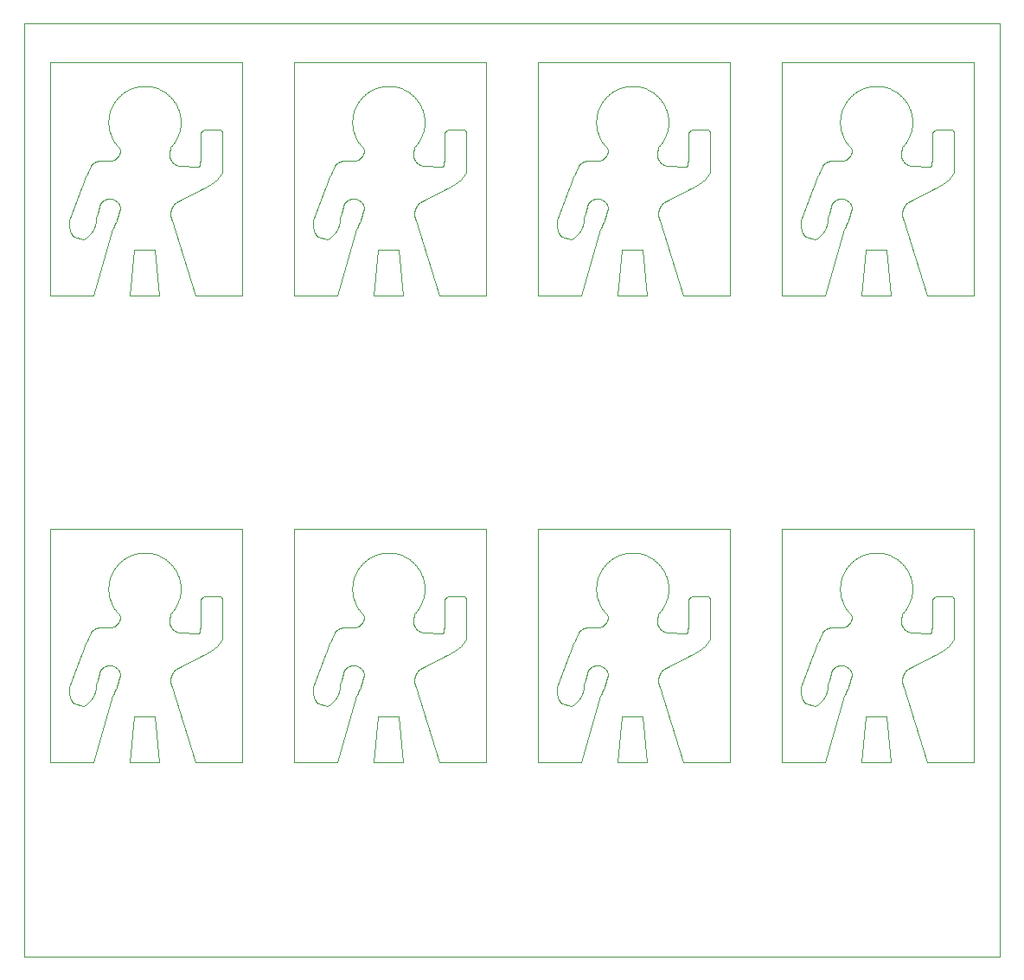
<source format=gko>
G75*
%MOIN*%
%OFA0B0*%
%FSLAX25Y25*%
%IPPOS*%
%LPD*%
%AMOC8*
5,1,8,0,0,1.08239X$1,22.5*
%
%ADD10C,0.00000*%
D10*
X0016000Y0011000D02*
X0392000Y0011000D01*
X0392000Y0371000D01*
X0016000Y0371000D01*
X0016000Y0011000D01*
X0026000Y0086000D02*
X0026000Y0176000D01*
X0100000Y0176000D01*
X0100000Y0086000D01*
X0082000Y0086000D01*
X0074400Y0110500D01*
X0072900Y0115000D01*
X0072901Y0115000D02*
X0072836Y0115130D01*
X0072774Y0115261D01*
X0072717Y0115394D01*
X0072662Y0115529D01*
X0072612Y0115664D01*
X0072565Y0115802D01*
X0072521Y0115940D01*
X0072482Y0116079D01*
X0072446Y0116220D01*
X0072413Y0116361D01*
X0072385Y0116503D01*
X0072360Y0116646D01*
X0072340Y0116790D01*
X0072323Y0116934D01*
X0072309Y0117078D01*
X0072300Y0117223D01*
X0072295Y0117368D01*
X0072293Y0117513D01*
X0072295Y0117658D01*
X0072301Y0117802D01*
X0072311Y0117947D01*
X0072325Y0118091D01*
X0072343Y0118235D01*
X0072364Y0118379D01*
X0072390Y0118522D01*
X0072419Y0118664D01*
X0072452Y0118805D01*
X0072488Y0118945D01*
X0072529Y0119084D01*
X0072573Y0119222D01*
X0072620Y0119359D01*
X0072672Y0119495D01*
X0072726Y0119629D01*
X0072785Y0119762D01*
X0072847Y0119893D01*
X0072912Y0120022D01*
X0072981Y0120150D01*
X0073053Y0120276D01*
X0073129Y0120399D01*
X0073208Y0120521D01*
X0073290Y0120641D01*
X0073375Y0120758D01*
X0073463Y0120873D01*
X0073555Y0120986D01*
X0073649Y0121096D01*
X0073746Y0121203D01*
X0073846Y0121308D01*
X0073949Y0121411D01*
X0074054Y0121510D01*
X0074162Y0121607D01*
X0074273Y0121701D01*
X0074386Y0121791D01*
X0074501Y0121879D01*
X0074619Y0121964D01*
X0074739Y0122045D01*
X0074861Y0122123D01*
X0074985Y0122198D01*
X0075111Y0122270D01*
X0075239Y0122338D01*
X0075239Y0122339D02*
X0084966Y0127339D01*
X0082776Y0135728D02*
X0075900Y0136000D01*
X0075767Y0136016D01*
X0075634Y0136037D01*
X0075502Y0136062D01*
X0075371Y0136090D01*
X0075241Y0136123D01*
X0075112Y0136159D01*
X0074984Y0136199D01*
X0074857Y0136243D01*
X0074731Y0136291D01*
X0074607Y0136342D01*
X0074485Y0136397D01*
X0074364Y0136455D01*
X0074245Y0136518D01*
X0074128Y0136583D01*
X0074013Y0136652D01*
X0073900Y0136725D01*
X0073789Y0136800D01*
X0073681Y0136879D01*
X0073575Y0136961D01*
X0073471Y0137047D01*
X0073370Y0137135D01*
X0073272Y0137226D01*
X0073176Y0137320D01*
X0073083Y0137417D01*
X0072993Y0137517D01*
X0072907Y0137619D01*
X0072823Y0137724D01*
X0072742Y0137831D01*
X0072665Y0137941D01*
X0072590Y0138053D01*
X0072519Y0138167D01*
X0072452Y0138283D01*
X0072388Y0138401D01*
X0072328Y0138520D01*
X0072271Y0138642D01*
X0072218Y0138765D01*
X0072168Y0138890D01*
X0072122Y0139016D01*
X0072080Y0139143D01*
X0072042Y0139272D01*
X0072007Y0139402D01*
X0071977Y0139532D01*
X0071950Y0139664D01*
X0071927Y0139796D01*
X0071908Y0139929D01*
X0071893Y0140062D01*
X0071882Y0140196D01*
X0071875Y0140330D01*
X0071872Y0140464D01*
X0071873Y0140598D01*
X0071878Y0140733D01*
X0071887Y0140866D01*
X0071900Y0141000D01*
X0072160Y0143055D01*
X0084966Y0127338D02*
X0085328Y0127490D01*
X0085685Y0127651D01*
X0086039Y0127821D01*
X0086388Y0128000D01*
X0086733Y0128187D01*
X0087073Y0128382D01*
X0087409Y0128585D01*
X0087739Y0128797D01*
X0088064Y0129017D01*
X0088384Y0129244D01*
X0088698Y0129480D01*
X0089006Y0129722D01*
X0089308Y0129973D01*
X0089603Y0130230D01*
X0089893Y0130495D01*
X0090176Y0130767D01*
X0090452Y0131046D01*
X0090721Y0131331D01*
X0090983Y0131623D01*
X0091238Y0131921D01*
X0091486Y0132225D01*
X0091726Y0132535D01*
X0091959Y0132851D01*
X0092183Y0133172D01*
X0092400Y0133499D01*
X0092400Y0133500D02*
X0092400Y0148800D01*
X0091567Y0150000D02*
X0085914Y0150000D01*
X0085826Y0149998D01*
X0085739Y0149992D01*
X0085652Y0149983D01*
X0085565Y0149969D01*
X0085479Y0149952D01*
X0085394Y0149931D01*
X0085310Y0149907D01*
X0085227Y0149878D01*
X0085145Y0149846D01*
X0085065Y0149811D01*
X0084987Y0149772D01*
X0084910Y0149730D01*
X0084835Y0149684D01*
X0084762Y0149635D01*
X0084692Y0149583D01*
X0084624Y0149528D01*
X0084558Y0149470D01*
X0084495Y0149409D01*
X0084434Y0149346D01*
X0084377Y0149280D01*
X0084322Y0149211D01*
X0084271Y0149140D01*
X0084222Y0149067D01*
X0084177Y0148992D01*
X0084135Y0148915D01*
X0084097Y0148836D01*
X0084062Y0148756D01*
X0084031Y0148674D01*
X0084003Y0148591D01*
X0083979Y0148506D01*
X0083959Y0148421D01*
X0083942Y0148335D01*
X0083929Y0148248D01*
X0083920Y0148161D01*
X0083915Y0148073D01*
X0083914Y0147986D01*
X0083971Y0139000D01*
X0083739Y0136379D01*
X0083707Y0136319D01*
X0083672Y0136262D01*
X0083633Y0136206D01*
X0083592Y0136153D01*
X0083547Y0136102D01*
X0083500Y0136054D01*
X0083450Y0136009D01*
X0083397Y0135966D01*
X0083343Y0135927D01*
X0083286Y0135891D01*
X0083227Y0135858D01*
X0083166Y0135828D01*
X0083104Y0135802D01*
X0083040Y0135780D01*
X0082975Y0135761D01*
X0082909Y0135746D01*
X0082843Y0135735D01*
X0082776Y0135728D01*
X0092400Y0148800D02*
X0092372Y0148889D01*
X0092340Y0148976D01*
X0092305Y0149062D01*
X0092267Y0149147D01*
X0092225Y0149230D01*
X0092180Y0149311D01*
X0092132Y0149390D01*
X0092080Y0149468D01*
X0092026Y0149543D01*
X0091968Y0149616D01*
X0091908Y0149686D01*
X0091845Y0149755D01*
X0091779Y0149820D01*
X0091711Y0149883D01*
X0091640Y0149943D01*
X0091566Y0150000D01*
X0120000Y0176000D02*
X0194000Y0176000D01*
X0194000Y0086000D01*
X0176000Y0086000D01*
X0168400Y0110500D01*
X0166900Y0115000D01*
X0166901Y0115000D02*
X0166836Y0115130D01*
X0166774Y0115261D01*
X0166717Y0115394D01*
X0166662Y0115529D01*
X0166612Y0115664D01*
X0166565Y0115802D01*
X0166521Y0115940D01*
X0166482Y0116079D01*
X0166446Y0116220D01*
X0166413Y0116361D01*
X0166385Y0116503D01*
X0166360Y0116646D01*
X0166340Y0116790D01*
X0166323Y0116934D01*
X0166309Y0117078D01*
X0166300Y0117223D01*
X0166295Y0117368D01*
X0166293Y0117513D01*
X0166295Y0117658D01*
X0166301Y0117802D01*
X0166311Y0117947D01*
X0166325Y0118091D01*
X0166343Y0118235D01*
X0166364Y0118379D01*
X0166390Y0118522D01*
X0166419Y0118664D01*
X0166452Y0118805D01*
X0166488Y0118945D01*
X0166529Y0119084D01*
X0166573Y0119222D01*
X0166620Y0119359D01*
X0166672Y0119495D01*
X0166726Y0119629D01*
X0166785Y0119762D01*
X0166847Y0119893D01*
X0166912Y0120022D01*
X0166981Y0120150D01*
X0167053Y0120276D01*
X0167129Y0120399D01*
X0167208Y0120521D01*
X0167290Y0120641D01*
X0167375Y0120758D01*
X0167463Y0120873D01*
X0167555Y0120986D01*
X0167649Y0121096D01*
X0167746Y0121203D01*
X0167846Y0121308D01*
X0167949Y0121411D01*
X0168054Y0121510D01*
X0168162Y0121607D01*
X0168273Y0121701D01*
X0168386Y0121791D01*
X0168501Y0121879D01*
X0168619Y0121964D01*
X0168739Y0122045D01*
X0168861Y0122123D01*
X0168985Y0122198D01*
X0169111Y0122270D01*
X0169239Y0122338D01*
X0169239Y0122339D02*
X0178966Y0127339D01*
X0176776Y0135728D02*
X0169900Y0136000D01*
X0169767Y0136016D01*
X0169634Y0136037D01*
X0169502Y0136062D01*
X0169371Y0136090D01*
X0169241Y0136123D01*
X0169112Y0136159D01*
X0168984Y0136199D01*
X0168857Y0136243D01*
X0168731Y0136291D01*
X0168607Y0136342D01*
X0168485Y0136397D01*
X0168364Y0136455D01*
X0168245Y0136518D01*
X0168128Y0136583D01*
X0168013Y0136652D01*
X0167900Y0136725D01*
X0167789Y0136800D01*
X0167681Y0136879D01*
X0167575Y0136961D01*
X0167471Y0137047D01*
X0167370Y0137135D01*
X0167272Y0137226D01*
X0167176Y0137320D01*
X0167083Y0137417D01*
X0166993Y0137517D01*
X0166907Y0137619D01*
X0166823Y0137724D01*
X0166742Y0137831D01*
X0166665Y0137941D01*
X0166590Y0138053D01*
X0166519Y0138167D01*
X0166452Y0138283D01*
X0166388Y0138401D01*
X0166328Y0138520D01*
X0166271Y0138642D01*
X0166218Y0138765D01*
X0166168Y0138890D01*
X0166122Y0139016D01*
X0166080Y0139143D01*
X0166042Y0139272D01*
X0166007Y0139402D01*
X0165977Y0139532D01*
X0165950Y0139664D01*
X0165927Y0139796D01*
X0165908Y0139929D01*
X0165893Y0140062D01*
X0165882Y0140196D01*
X0165875Y0140330D01*
X0165872Y0140464D01*
X0165873Y0140598D01*
X0165878Y0140733D01*
X0165887Y0140866D01*
X0165900Y0141000D01*
X0166160Y0143055D01*
X0178966Y0127338D02*
X0179328Y0127490D01*
X0179685Y0127651D01*
X0180039Y0127821D01*
X0180388Y0128000D01*
X0180733Y0128187D01*
X0181073Y0128382D01*
X0181409Y0128585D01*
X0181739Y0128797D01*
X0182064Y0129017D01*
X0182384Y0129244D01*
X0182698Y0129480D01*
X0183006Y0129722D01*
X0183308Y0129973D01*
X0183603Y0130230D01*
X0183893Y0130495D01*
X0184176Y0130767D01*
X0184452Y0131046D01*
X0184721Y0131331D01*
X0184983Y0131623D01*
X0185238Y0131921D01*
X0185486Y0132225D01*
X0185726Y0132535D01*
X0185959Y0132851D01*
X0186183Y0133172D01*
X0186400Y0133499D01*
X0186400Y0133500D02*
X0186400Y0148800D01*
X0185567Y0150000D02*
X0179914Y0150000D01*
X0179826Y0149998D01*
X0179739Y0149992D01*
X0179652Y0149983D01*
X0179565Y0149969D01*
X0179479Y0149952D01*
X0179394Y0149931D01*
X0179310Y0149907D01*
X0179227Y0149878D01*
X0179145Y0149846D01*
X0179065Y0149811D01*
X0178987Y0149772D01*
X0178910Y0149730D01*
X0178835Y0149684D01*
X0178762Y0149635D01*
X0178692Y0149583D01*
X0178624Y0149528D01*
X0178558Y0149470D01*
X0178495Y0149409D01*
X0178434Y0149346D01*
X0178377Y0149280D01*
X0178322Y0149211D01*
X0178271Y0149140D01*
X0178222Y0149067D01*
X0178177Y0148992D01*
X0178135Y0148915D01*
X0178097Y0148836D01*
X0178062Y0148756D01*
X0178031Y0148674D01*
X0178003Y0148591D01*
X0177979Y0148506D01*
X0177959Y0148421D01*
X0177942Y0148335D01*
X0177929Y0148248D01*
X0177920Y0148161D01*
X0177915Y0148073D01*
X0177914Y0147986D01*
X0177971Y0139000D01*
X0177739Y0136379D01*
X0177707Y0136319D01*
X0177672Y0136262D01*
X0177633Y0136206D01*
X0177592Y0136153D01*
X0177547Y0136102D01*
X0177500Y0136054D01*
X0177450Y0136009D01*
X0177397Y0135966D01*
X0177343Y0135927D01*
X0177286Y0135891D01*
X0177227Y0135858D01*
X0177166Y0135828D01*
X0177104Y0135802D01*
X0177040Y0135780D01*
X0176975Y0135761D01*
X0176909Y0135746D01*
X0176843Y0135735D01*
X0176776Y0135728D01*
X0186400Y0148800D02*
X0186372Y0148889D01*
X0186340Y0148976D01*
X0186305Y0149062D01*
X0186267Y0149147D01*
X0186225Y0149230D01*
X0186180Y0149311D01*
X0186132Y0149390D01*
X0186080Y0149468D01*
X0186026Y0149543D01*
X0185968Y0149616D01*
X0185908Y0149686D01*
X0185845Y0149755D01*
X0185779Y0149820D01*
X0185711Y0149883D01*
X0185640Y0149943D01*
X0185566Y0150000D01*
X0166159Y0143056D02*
X0166397Y0143299D01*
X0166628Y0143548D01*
X0166853Y0143802D01*
X0167072Y0144062D01*
X0167285Y0144328D01*
X0167491Y0144598D01*
X0167690Y0144873D01*
X0167882Y0145153D01*
X0168068Y0145438D01*
X0168247Y0145727D01*
X0168418Y0146020D01*
X0168582Y0146318D01*
X0168739Y0146619D01*
X0168889Y0146924D01*
X0169031Y0147233D01*
X0169166Y0147545D01*
X0169292Y0147861D01*
X0169412Y0148179D01*
X0169523Y0148500D01*
X0169626Y0148824D01*
X0169722Y0149150D01*
X0169809Y0149478D01*
X0169889Y0149809D01*
X0169960Y0150141D01*
X0170023Y0150475D01*
X0170079Y0150810D01*
X0170125Y0151147D01*
X0170164Y0151484D01*
X0170194Y0151823D01*
X0170217Y0152162D01*
X0170230Y0152502D01*
X0170236Y0152841D01*
X0170233Y0153181D01*
X0170222Y0153521D01*
X0170203Y0153860D01*
X0170175Y0154199D01*
X0170139Y0154537D01*
X0170095Y0154874D01*
X0170043Y0155210D01*
X0169982Y0155544D01*
X0169914Y0155877D01*
X0169837Y0156208D01*
X0169752Y0156537D01*
X0169659Y0156864D01*
X0169558Y0157188D01*
X0169450Y0157510D01*
X0169333Y0157830D01*
X0169209Y0158146D01*
X0169077Y0158459D01*
X0168937Y0158769D01*
X0168790Y0159075D01*
X0168636Y0159378D01*
X0168474Y0159677D01*
X0168305Y0159972D01*
X0168128Y0160262D01*
X0167945Y0160548D01*
X0167755Y0160830D01*
X0167558Y0161107D01*
X0167354Y0161379D01*
X0167144Y0161646D01*
X0166927Y0161907D01*
X0166704Y0162164D01*
X0166474Y0162415D01*
X0166239Y0162660D01*
X0165998Y0162899D01*
X0165751Y0163132D01*
X0165498Y0163360D01*
X0165240Y0163581D01*
X0164976Y0163795D01*
X0164708Y0164004D01*
X0164434Y0164205D01*
X0164156Y0164400D01*
X0163872Y0164588D01*
X0163585Y0164769D01*
X0163293Y0164943D01*
X0162997Y0165109D01*
X0162697Y0165269D01*
X0162393Y0165421D01*
X0162085Y0165566D01*
X0161774Y0165703D01*
X0161460Y0165832D01*
X0161143Y0165954D01*
X0160822Y0166068D01*
X0160500Y0166174D01*
X0160174Y0166272D01*
X0159846Y0166362D01*
X0159517Y0166444D01*
X0159185Y0166518D01*
X0158852Y0166584D01*
X0158517Y0166642D01*
X0158181Y0166692D01*
X0157843Y0166733D01*
X0157505Y0166766D01*
X0157166Y0166791D01*
X0156827Y0166808D01*
X0156487Y0166816D01*
X0156147Y0166816D01*
X0155807Y0166808D01*
X0155468Y0166791D01*
X0155129Y0166766D01*
X0154791Y0166733D01*
X0154453Y0166692D01*
X0154117Y0166642D01*
X0153782Y0166584D01*
X0153449Y0166518D01*
X0153117Y0166444D01*
X0152788Y0166362D01*
X0152460Y0166272D01*
X0152134Y0166174D01*
X0151812Y0166068D01*
X0151491Y0165954D01*
X0151174Y0165832D01*
X0150860Y0165703D01*
X0150549Y0165566D01*
X0150241Y0165421D01*
X0149937Y0165269D01*
X0149637Y0165109D01*
X0149341Y0164943D01*
X0149049Y0164769D01*
X0148762Y0164588D01*
X0148478Y0164400D01*
X0148200Y0164205D01*
X0147926Y0164004D01*
X0147658Y0163795D01*
X0147394Y0163581D01*
X0147136Y0163360D01*
X0146883Y0163132D01*
X0146636Y0162899D01*
X0146395Y0162660D01*
X0146160Y0162415D01*
X0145930Y0162164D01*
X0145707Y0161907D01*
X0145490Y0161646D01*
X0145280Y0161379D01*
X0145076Y0161107D01*
X0144879Y0160830D01*
X0144689Y0160548D01*
X0144506Y0160262D01*
X0144329Y0159972D01*
X0144160Y0159677D01*
X0143998Y0159378D01*
X0143844Y0159075D01*
X0143697Y0158769D01*
X0143557Y0158459D01*
X0143425Y0158146D01*
X0143301Y0157830D01*
X0143184Y0157510D01*
X0143076Y0157188D01*
X0142975Y0156864D01*
X0142882Y0156537D01*
X0142797Y0156208D01*
X0142720Y0155877D01*
X0142652Y0155544D01*
X0142591Y0155210D01*
X0142539Y0154874D01*
X0142495Y0154537D01*
X0142459Y0154199D01*
X0142431Y0153860D01*
X0142412Y0153521D01*
X0142401Y0153181D01*
X0142398Y0152841D01*
X0142404Y0152502D01*
X0142417Y0152162D01*
X0142440Y0151823D01*
X0142470Y0151484D01*
X0142509Y0151147D01*
X0142555Y0150810D01*
X0142611Y0150475D01*
X0142674Y0150141D01*
X0142745Y0149809D01*
X0142825Y0149478D01*
X0142912Y0149150D01*
X0143008Y0148824D01*
X0143111Y0148500D01*
X0143222Y0148179D01*
X0143342Y0147861D01*
X0143468Y0147545D01*
X0143603Y0147233D01*
X0143745Y0146924D01*
X0143895Y0146619D01*
X0144052Y0146318D01*
X0144216Y0146020D01*
X0144387Y0145727D01*
X0144566Y0145438D01*
X0144752Y0145153D01*
X0144944Y0144873D01*
X0145143Y0144598D01*
X0145349Y0144328D01*
X0145562Y0144062D01*
X0145781Y0143802D01*
X0146006Y0143548D01*
X0146237Y0143299D01*
X0146475Y0143056D01*
X0146475Y0143055D02*
X0146900Y0142000D01*
X0146898Y0141874D01*
X0146892Y0141749D01*
X0146882Y0141624D01*
X0146868Y0141499D01*
X0146851Y0141374D01*
X0146829Y0141250D01*
X0146804Y0141127D01*
X0146774Y0141005D01*
X0146741Y0140884D01*
X0146704Y0140764D01*
X0146664Y0140645D01*
X0146619Y0140528D01*
X0146571Y0140411D01*
X0146519Y0140297D01*
X0146464Y0140184D01*
X0146405Y0140073D01*
X0146343Y0139964D01*
X0146277Y0139857D01*
X0146208Y0139752D01*
X0146136Y0139649D01*
X0146061Y0139548D01*
X0145982Y0139450D01*
X0145900Y0139355D01*
X0145816Y0139262D01*
X0145728Y0139172D01*
X0145638Y0139084D01*
X0145545Y0139000D01*
X0145450Y0138918D01*
X0145352Y0138839D01*
X0145251Y0138764D01*
X0145148Y0138692D01*
X0145043Y0138623D01*
X0144936Y0138557D01*
X0144827Y0138495D01*
X0144716Y0138436D01*
X0144603Y0138381D01*
X0144489Y0138329D01*
X0144372Y0138281D01*
X0144255Y0138236D01*
X0144136Y0138196D01*
X0144016Y0138159D01*
X0143895Y0138126D01*
X0143773Y0138096D01*
X0143650Y0138071D01*
X0143526Y0138049D01*
X0143401Y0138032D01*
X0143276Y0138018D01*
X0143151Y0138008D01*
X0143026Y0138002D01*
X0142900Y0138000D01*
X0140023Y0138000D01*
X0136001Y0136521D02*
X0134363Y0133075D01*
X0136001Y0136520D02*
X0136098Y0136620D01*
X0136198Y0136716D01*
X0136300Y0136809D01*
X0136406Y0136900D01*
X0136513Y0136987D01*
X0136623Y0137072D01*
X0136736Y0137153D01*
X0136851Y0137231D01*
X0136968Y0137305D01*
X0137087Y0137376D01*
X0137208Y0137444D01*
X0137331Y0137508D01*
X0137455Y0137569D01*
X0137582Y0137626D01*
X0137710Y0137680D01*
X0137839Y0137729D01*
X0137970Y0137775D01*
X0138102Y0137818D01*
X0138236Y0137856D01*
X0138370Y0137891D01*
X0138505Y0137922D01*
X0138641Y0137948D01*
X0138778Y0137971D01*
X0138915Y0137990D01*
X0139053Y0138005D01*
X0139192Y0138017D01*
X0139330Y0138024D01*
X0139469Y0138027D01*
X0139607Y0138026D01*
X0139746Y0138021D01*
X0139884Y0138012D01*
X0140023Y0138000D01*
X0132426Y0128242D02*
X0127400Y0114929D01*
X0132674Y0107522D02*
X0132879Y0107640D01*
X0133081Y0107762D01*
X0133280Y0107890D01*
X0133477Y0108022D01*
X0133669Y0108159D01*
X0133859Y0108300D01*
X0134045Y0108446D01*
X0134227Y0108597D01*
X0134406Y0108751D01*
X0134581Y0108910D01*
X0134752Y0109074D01*
X0134919Y0109241D01*
X0135082Y0109412D01*
X0135241Y0109587D01*
X0135396Y0109766D01*
X0135546Y0109949D01*
X0135692Y0110135D01*
X0135833Y0110325D01*
X0135970Y0110517D01*
X0136102Y0110714D01*
X0136229Y0110913D01*
X0136352Y0111115D01*
X0136469Y0111320D01*
X0136582Y0111528D01*
X0136689Y0111739D01*
X0136792Y0111952D01*
X0136889Y0112168D01*
X0136981Y0112386D01*
X0137068Y0112605D01*
X0137149Y0112827D01*
X0137225Y0113051D01*
X0137296Y0113277D01*
X0137361Y0113504D01*
X0137421Y0113733D01*
X0137475Y0113963D01*
X0137524Y0114195D01*
X0137567Y0114427D01*
X0137604Y0114661D01*
X0137636Y0114895D01*
X0137662Y0115130D01*
X0137683Y0115366D01*
X0137697Y0115602D01*
X0137707Y0115838D01*
X0137706Y0115838D02*
X0138200Y0117800D01*
X0138800Y0120300D01*
X0138835Y0120423D01*
X0138875Y0120545D01*
X0138918Y0120666D01*
X0138965Y0120785D01*
X0139016Y0120903D01*
X0139070Y0121019D01*
X0139128Y0121134D01*
X0139189Y0121247D01*
X0139254Y0121357D01*
X0139322Y0121466D01*
X0139394Y0121573D01*
X0139468Y0121677D01*
X0139546Y0121779D01*
X0139627Y0121878D01*
X0139711Y0121975D01*
X0139798Y0122070D01*
X0139888Y0122161D01*
X0139981Y0122250D01*
X0140076Y0122336D01*
X0140174Y0122419D01*
X0140274Y0122499D01*
X0140377Y0122576D01*
X0140482Y0122649D01*
X0140590Y0122719D01*
X0140699Y0122786D01*
X0140811Y0122850D01*
X0140924Y0122910D01*
X0141039Y0122966D01*
X0141156Y0123019D01*
X0141275Y0123068D01*
X0141394Y0123114D01*
X0141516Y0123156D01*
X0141638Y0123194D01*
X0141762Y0123229D01*
X0141886Y0123259D01*
X0142012Y0123286D01*
X0142138Y0123309D01*
X0142265Y0123328D01*
X0142392Y0123343D01*
X0142520Y0123354D01*
X0142648Y0123361D01*
X0142777Y0123364D01*
X0142905Y0123363D01*
X0143033Y0123358D01*
X0143161Y0123350D01*
X0143289Y0123337D01*
X0143416Y0123320D01*
X0143543Y0123300D01*
X0143669Y0123276D01*
X0143794Y0123247D01*
X0143918Y0123215D01*
X0144041Y0123179D01*
X0144163Y0123140D01*
X0144284Y0123096D01*
X0144403Y0123049D01*
X0144521Y0122998D01*
X0144637Y0122944D01*
X0144752Y0122886D01*
X0144864Y0122825D01*
X0144975Y0122760D01*
X0145084Y0122691D01*
X0145190Y0122620D01*
X0145294Y0122545D01*
X0145396Y0122467D01*
X0145496Y0122386D01*
X0145593Y0122302D01*
X0145687Y0122215D01*
X0145778Y0122125D01*
X0145867Y0122032D01*
X0145953Y0121937D01*
X0146036Y0121839D01*
X0146115Y0121738D01*
X0146192Y0121635D01*
X0146265Y0121530D01*
X0146336Y0121423D01*
X0146402Y0121313D01*
X0146466Y0121202D01*
X0146526Y0121088D01*
X0146582Y0120973D01*
X0146635Y0120856D01*
X0146684Y0120737D01*
X0146730Y0120617D01*
X0146771Y0120496D01*
X0146809Y0120374D01*
X0146844Y0120250D01*
X0146874Y0120125D01*
X0146901Y0120000D01*
X0132426Y0128242D02*
X0132499Y0128583D01*
X0132581Y0128922D01*
X0132671Y0129260D01*
X0132769Y0129595D01*
X0132875Y0129927D01*
X0132989Y0130257D01*
X0133111Y0130584D01*
X0133241Y0130908D01*
X0133378Y0131229D01*
X0133524Y0131546D01*
X0133677Y0131860D01*
X0133837Y0132170D01*
X0134005Y0132476D01*
X0134180Y0132778D01*
X0134363Y0133075D01*
X0146900Y0120000D02*
X0146798Y0119404D01*
X0146682Y0118811D01*
X0146551Y0118221D01*
X0146406Y0117635D01*
X0146247Y0117052D01*
X0146074Y0116473D01*
X0145887Y0115898D01*
X0145686Y0115328D01*
X0145471Y0114764D01*
X0145242Y0114204D01*
X0145000Y0113651D01*
X0144745Y0113103D01*
X0144476Y0112562D01*
X0144195Y0112027D01*
X0143900Y0111500D01*
X0136500Y0086000D01*
X0120000Y0086000D01*
X0120000Y0176000D01*
X0072159Y0143056D02*
X0072397Y0143299D01*
X0072628Y0143548D01*
X0072853Y0143802D01*
X0073072Y0144062D01*
X0073285Y0144328D01*
X0073491Y0144598D01*
X0073690Y0144873D01*
X0073882Y0145153D01*
X0074068Y0145438D01*
X0074247Y0145727D01*
X0074418Y0146020D01*
X0074582Y0146318D01*
X0074739Y0146619D01*
X0074889Y0146924D01*
X0075031Y0147233D01*
X0075166Y0147545D01*
X0075292Y0147861D01*
X0075412Y0148179D01*
X0075523Y0148500D01*
X0075626Y0148824D01*
X0075722Y0149150D01*
X0075809Y0149478D01*
X0075889Y0149809D01*
X0075960Y0150141D01*
X0076023Y0150475D01*
X0076079Y0150810D01*
X0076125Y0151147D01*
X0076164Y0151484D01*
X0076194Y0151823D01*
X0076217Y0152162D01*
X0076230Y0152502D01*
X0076236Y0152841D01*
X0076233Y0153181D01*
X0076222Y0153521D01*
X0076203Y0153860D01*
X0076175Y0154199D01*
X0076139Y0154537D01*
X0076095Y0154874D01*
X0076043Y0155210D01*
X0075982Y0155544D01*
X0075914Y0155877D01*
X0075837Y0156208D01*
X0075752Y0156537D01*
X0075659Y0156864D01*
X0075558Y0157188D01*
X0075450Y0157510D01*
X0075333Y0157830D01*
X0075209Y0158146D01*
X0075077Y0158459D01*
X0074937Y0158769D01*
X0074790Y0159075D01*
X0074636Y0159378D01*
X0074474Y0159677D01*
X0074305Y0159972D01*
X0074128Y0160262D01*
X0073945Y0160548D01*
X0073755Y0160830D01*
X0073558Y0161107D01*
X0073354Y0161379D01*
X0073144Y0161646D01*
X0072927Y0161907D01*
X0072704Y0162164D01*
X0072474Y0162415D01*
X0072239Y0162660D01*
X0071998Y0162899D01*
X0071751Y0163132D01*
X0071498Y0163360D01*
X0071240Y0163581D01*
X0070976Y0163795D01*
X0070708Y0164004D01*
X0070434Y0164205D01*
X0070156Y0164400D01*
X0069872Y0164588D01*
X0069585Y0164769D01*
X0069293Y0164943D01*
X0068997Y0165109D01*
X0068697Y0165269D01*
X0068393Y0165421D01*
X0068085Y0165566D01*
X0067774Y0165703D01*
X0067460Y0165832D01*
X0067143Y0165954D01*
X0066822Y0166068D01*
X0066500Y0166174D01*
X0066174Y0166272D01*
X0065846Y0166362D01*
X0065517Y0166444D01*
X0065185Y0166518D01*
X0064852Y0166584D01*
X0064517Y0166642D01*
X0064181Y0166692D01*
X0063843Y0166733D01*
X0063505Y0166766D01*
X0063166Y0166791D01*
X0062827Y0166808D01*
X0062487Y0166816D01*
X0062147Y0166816D01*
X0061807Y0166808D01*
X0061468Y0166791D01*
X0061129Y0166766D01*
X0060791Y0166733D01*
X0060453Y0166692D01*
X0060117Y0166642D01*
X0059782Y0166584D01*
X0059449Y0166518D01*
X0059117Y0166444D01*
X0058788Y0166362D01*
X0058460Y0166272D01*
X0058134Y0166174D01*
X0057812Y0166068D01*
X0057491Y0165954D01*
X0057174Y0165832D01*
X0056860Y0165703D01*
X0056549Y0165566D01*
X0056241Y0165421D01*
X0055937Y0165269D01*
X0055637Y0165109D01*
X0055341Y0164943D01*
X0055049Y0164769D01*
X0054762Y0164588D01*
X0054478Y0164400D01*
X0054200Y0164205D01*
X0053926Y0164004D01*
X0053658Y0163795D01*
X0053394Y0163581D01*
X0053136Y0163360D01*
X0052883Y0163132D01*
X0052636Y0162899D01*
X0052395Y0162660D01*
X0052160Y0162415D01*
X0051930Y0162164D01*
X0051707Y0161907D01*
X0051490Y0161646D01*
X0051280Y0161379D01*
X0051076Y0161107D01*
X0050879Y0160830D01*
X0050689Y0160548D01*
X0050506Y0160262D01*
X0050329Y0159972D01*
X0050160Y0159677D01*
X0049998Y0159378D01*
X0049844Y0159075D01*
X0049697Y0158769D01*
X0049557Y0158459D01*
X0049425Y0158146D01*
X0049301Y0157830D01*
X0049184Y0157510D01*
X0049076Y0157188D01*
X0048975Y0156864D01*
X0048882Y0156537D01*
X0048797Y0156208D01*
X0048720Y0155877D01*
X0048652Y0155544D01*
X0048591Y0155210D01*
X0048539Y0154874D01*
X0048495Y0154537D01*
X0048459Y0154199D01*
X0048431Y0153860D01*
X0048412Y0153521D01*
X0048401Y0153181D01*
X0048398Y0152841D01*
X0048404Y0152502D01*
X0048417Y0152162D01*
X0048440Y0151823D01*
X0048470Y0151484D01*
X0048509Y0151147D01*
X0048555Y0150810D01*
X0048611Y0150475D01*
X0048674Y0150141D01*
X0048745Y0149809D01*
X0048825Y0149478D01*
X0048912Y0149150D01*
X0049008Y0148824D01*
X0049111Y0148500D01*
X0049222Y0148179D01*
X0049342Y0147861D01*
X0049468Y0147545D01*
X0049603Y0147233D01*
X0049745Y0146924D01*
X0049895Y0146619D01*
X0050052Y0146318D01*
X0050216Y0146020D01*
X0050387Y0145727D01*
X0050566Y0145438D01*
X0050752Y0145153D01*
X0050944Y0144873D01*
X0051143Y0144598D01*
X0051349Y0144328D01*
X0051562Y0144062D01*
X0051781Y0143802D01*
X0052006Y0143548D01*
X0052237Y0143299D01*
X0052475Y0143056D01*
X0052475Y0143055D02*
X0052900Y0142000D01*
X0052898Y0141874D01*
X0052892Y0141749D01*
X0052882Y0141624D01*
X0052868Y0141499D01*
X0052851Y0141374D01*
X0052829Y0141250D01*
X0052804Y0141127D01*
X0052774Y0141005D01*
X0052741Y0140884D01*
X0052704Y0140764D01*
X0052664Y0140645D01*
X0052619Y0140528D01*
X0052571Y0140411D01*
X0052519Y0140297D01*
X0052464Y0140184D01*
X0052405Y0140073D01*
X0052343Y0139964D01*
X0052277Y0139857D01*
X0052208Y0139752D01*
X0052136Y0139649D01*
X0052061Y0139548D01*
X0051982Y0139450D01*
X0051900Y0139355D01*
X0051816Y0139262D01*
X0051728Y0139172D01*
X0051638Y0139084D01*
X0051545Y0139000D01*
X0051450Y0138918D01*
X0051352Y0138839D01*
X0051251Y0138764D01*
X0051148Y0138692D01*
X0051043Y0138623D01*
X0050936Y0138557D01*
X0050827Y0138495D01*
X0050716Y0138436D01*
X0050603Y0138381D01*
X0050489Y0138329D01*
X0050372Y0138281D01*
X0050255Y0138236D01*
X0050136Y0138196D01*
X0050016Y0138159D01*
X0049895Y0138126D01*
X0049773Y0138096D01*
X0049650Y0138071D01*
X0049526Y0138049D01*
X0049401Y0138032D01*
X0049276Y0138018D01*
X0049151Y0138008D01*
X0049026Y0138002D01*
X0048900Y0138000D01*
X0046023Y0138000D01*
X0042001Y0136521D02*
X0040363Y0133075D01*
X0042001Y0136520D02*
X0042098Y0136620D01*
X0042198Y0136716D01*
X0042300Y0136809D01*
X0042406Y0136900D01*
X0042513Y0136987D01*
X0042623Y0137072D01*
X0042736Y0137153D01*
X0042851Y0137231D01*
X0042968Y0137305D01*
X0043087Y0137376D01*
X0043208Y0137444D01*
X0043331Y0137508D01*
X0043455Y0137569D01*
X0043582Y0137626D01*
X0043710Y0137680D01*
X0043839Y0137729D01*
X0043970Y0137775D01*
X0044102Y0137818D01*
X0044236Y0137856D01*
X0044370Y0137891D01*
X0044505Y0137922D01*
X0044641Y0137948D01*
X0044778Y0137971D01*
X0044915Y0137990D01*
X0045053Y0138005D01*
X0045192Y0138017D01*
X0045330Y0138024D01*
X0045469Y0138027D01*
X0045607Y0138026D01*
X0045746Y0138021D01*
X0045884Y0138012D01*
X0046023Y0138000D01*
X0038426Y0128242D02*
X0033400Y0114929D01*
X0038674Y0107522D02*
X0038879Y0107640D01*
X0039081Y0107762D01*
X0039280Y0107890D01*
X0039477Y0108022D01*
X0039669Y0108159D01*
X0039859Y0108300D01*
X0040045Y0108446D01*
X0040227Y0108597D01*
X0040406Y0108751D01*
X0040581Y0108910D01*
X0040752Y0109074D01*
X0040919Y0109241D01*
X0041082Y0109412D01*
X0041241Y0109587D01*
X0041396Y0109766D01*
X0041546Y0109949D01*
X0041692Y0110135D01*
X0041833Y0110325D01*
X0041970Y0110517D01*
X0042102Y0110714D01*
X0042229Y0110913D01*
X0042352Y0111115D01*
X0042469Y0111320D01*
X0042582Y0111528D01*
X0042689Y0111739D01*
X0042792Y0111952D01*
X0042889Y0112168D01*
X0042981Y0112386D01*
X0043068Y0112605D01*
X0043149Y0112827D01*
X0043225Y0113051D01*
X0043296Y0113277D01*
X0043361Y0113504D01*
X0043421Y0113733D01*
X0043475Y0113963D01*
X0043524Y0114195D01*
X0043567Y0114427D01*
X0043604Y0114661D01*
X0043636Y0114895D01*
X0043662Y0115130D01*
X0043683Y0115366D01*
X0043697Y0115602D01*
X0043707Y0115838D01*
X0043706Y0115838D02*
X0044200Y0117800D01*
X0044800Y0120300D01*
X0044835Y0120423D01*
X0044875Y0120545D01*
X0044918Y0120666D01*
X0044965Y0120785D01*
X0045016Y0120903D01*
X0045070Y0121019D01*
X0045128Y0121134D01*
X0045189Y0121247D01*
X0045254Y0121357D01*
X0045322Y0121466D01*
X0045394Y0121573D01*
X0045468Y0121677D01*
X0045546Y0121779D01*
X0045627Y0121878D01*
X0045711Y0121975D01*
X0045798Y0122070D01*
X0045888Y0122161D01*
X0045981Y0122250D01*
X0046076Y0122336D01*
X0046174Y0122419D01*
X0046274Y0122499D01*
X0046377Y0122576D01*
X0046482Y0122649D01*
X0046590Y0122719D01*
X0046699Y0122786D01*
X0046811Y0122850D01*
X0046924Y0122910D01*
X0047039Y0122966D01*
X0047156Y0123019D01*
X0047275Y0123068D01*
X0047394Y0123114D01*
X0047516Y0123156D01*
X0047638Y0123194D01*
X0047762Y0123229D01*
X0047886Y0123259D01*
X0048012Y0123286D01*
X0048138Y0123309D01*
X0048265Y0123328D01*
X0048392Y0123343D01*
X0048520Y0123354D01*
X0048648Y0123361D01*
X0048777Y0123364D01*
X0048905Y0123363D01*
X0049033Y0123358D01*
X0049161Y0123350D01*
X0049289Y0123337D01*
X0049416Y0123320D01*
X0049543Y0123300D01*
X0049669Y0123276D01*
X0049794Y0123247D01*
X0049918Y0123215D01*
X0050041Y0123179D01*
X0050163Y0123140D01*
X0050284Y0123096D01*
X0050403Y0123049D01*
X0050521Y0122998D01*
X0050637Y0122944D01*
X0050752Y0122886D01*
X0050864Y0122825D01*
X0050975Y0122760D01*
X0051084Y0122691D01*
X0051190Y0122620D01*
X0051294Y0122545D01*
X0051396Y0122467D01*
X0051496Y0122386D01*
X0051593Y0122302D01*
X0051687Y0122215D01*
X0051778Y0122125D01*
X0051867Y0122032D01*
X0051953Y0121937D01*
X0052036Y0121839D01*
X0052115Y0121738D01*
X0052192Y0121635D01*
X0052265Y0121530D01*
X0052336Y0121423D01*
X0052402Y0121313D01*
X0052466Y0121202D01*
X0052526Y0121088D01*
X0052582Y0120973D01*
X0052635Y0120856D01*
X0052684Y0120737D01*
X0052730Y0120617D01*
X0052771Y0120496D01*
X0052809Y0120374D01*
X0052844Y0120250D01*
X0052874Y0120125D01*
X0052901Y0120000D01*
X0038426Y0128242D02*
X0038499Y0128583D01*
X0038581Y0128922D01*
X0038671Y0129260D01*
X0038769Y0129595D01*
X0038875Y0129927D01*
X0038989Y0130257D01*
X0039111Y0130584D01*
X0039241Y0130908D01*
X0039378Y0131229D01*
X0039524Y0131546D01*
X0039677Y0131860D01*
X0039837Y0132170D01*
X0040005Y0132476D01*
X0040180Y0132778D01*
X0040363Y0133075D01*
X0052900Y0120000D02*
X0052798Y0119404D01*
X0052682Y0118811D01*
X0052551Y0118221D01*
X0052406Y0117635D01*
X0052247Y0117052D01*
X0052074Y0116473D01*
X0051887Y0115898D01*
X0051686Y0115328D01*
X0051471Y0114764D01*
X0051242Y0114204D01*
X0051000Y0113651D01*
X0050745Y0113103D01*
X0050476Y0112562D01*
X0050195Y0112027D01*
X0049900Y0111500D01*
X0042500Y0086000D01*
X0026000Y0086000D01*
X0035359Y0108622D02*
X0038674Y0107522D01*
X0035359Y0108622D02*
X0035280Y0108647D01*
X0035202Y0108675D01*
X0035125Y0108707D01*
X0035050Y0108743D01*
X0034977Y0108782D01*
X0034905Y0108824D01*
X0034836Y0108870D01*
X0034768Y0108919D01*
X0034704Y0108971D01*
X0034641Y0109025D01*
X0034581Y0109083D01*
X0034524Y0109143D01*
X0034470Y0109206D01*
X0034418Y0109271D01*
X0034370Y0109339D01*
X0034325Y0109409D01*
X0034283Y0109480D01*
X0034244Y0109554D01*
X0034209Y0109629D01*
X0034178Y0109706D01*
X0034150Y0109784D01*
X0034125Y0109864D01*
X0034105Y0109944D01*
X0034088Y0110026D01*
X0033400Y0112280D01*
X0033400Y0112279D02*
X0033358Y0112390D01*
X0033320Y0112501D01*
X0033286Y0112614D01*
X0033255Y0112728D01*
X0033229Y0112843D01*
X0033205Y0112959D01*
X0033186Y0113075D01*
X0033171Y0113192D01*
X0033159Y0113309D01*
X0033151Y0113427D01*
X0033147Y0113545D01*
X0033147Y0113663D01*
X0033151Y0113781D01*
X0033159Y0113899D01*
X0033171Y0114016D01*
X0033186Y0114133D01*
X0033205Y0114249D01*
X0033229Y0114365D01*
X0033255Y0114480D01*
X0033286Y0114594D01*
X0033320Y0114707D01*
X0033358Y0114818D01*
X0033400Y0114929D01*
X0058380Y0103622D02*
X0056500Y0086000D01*
X0068000Y0086000D01*
X0066254Y0103622D01*
X0058380Y0103622D01*
X0127400Y0112280D02*
X0128088Y0110026D01*
X0128105Y0109944D01*
X0128125Y0109864D01*
X0128150Y0109784D01*
X0128178Y0109706D01*
X0128209Y0109629D01*
X0128244Y0109554D01*
X0128283Y0109480D01*
X0128325Y0109409D01*
X0128370Y0109339D01*
X0128418Y0109271D01*
X0128470Y0109206D01*
X0128524Y0109143D01*
X0128581Y0109083D01*
X0128641Y0109025D01*
X0128704Y0108971D01*
X0128768Y0108919D01*
X0128836Y0108870D01*
X0128905Y0108824D01*
X0128977Y0108782D01*
X0129050Y0108743D01*
X0129125Y0108707D01*
X0129202Y0108675D01*
X0129280Y0108647D01*
X0129359Y0108622D01*
X0132674Y0107522D01*
X0127400Y0112279D02*
X0127358Y0112390D01*
X0127320Y0112501D01*
X0127286Y0112614D01*
X0127255Y0112728D01*
X0127229Y0112843D01*
X0127205Y0112959D01*
X0127186Y0113075D01*
X0127171Y0113192D01*
X0127159Y0113309D01*
X0127151Y0113427D01*
X0127147Y0113545D01*
X0127147Y0113663D01*
X0127151Y0113781D01*
X0127159Y0113899D01*
X0127171Y0114016D01*
X0127186Y0114133D01*
X0127205Y0114249D01*
X0127229Y0114365D01*
X0127255Y0114480D01*
X0127286Y0114594D01*
X0127320Y0114707D01*
X0127358Y0114818D01*
X0127400Y0114929D01*
X0152380Y0103622D02*
X0150500Y0086000D01*
X0162000Y0086000D01*
X0160254Y0103622D01*
X0152380Y0103622D01*
X0214000Y0086000D02*
X0214000Y0176000D01*
X0288000Y0176000D01*
X0288000Y0086000D01*
X0270000Y0086000D01*
X0262400Y0110500D01*
X0260900Y0115000D01*
X0260901Y0115000D02*
X0260836Y0115130D01*
X0260774Y0115261D01*
X0260717Y0115394D01*
X0260662Y0115529D01*
X0260612Y0115664D01*
X0260565Y0115802D01*
X0260521Y0115940D01*
X0260482Y0116079D01*
X0260446Y0116220D01*
X0260413Y0116361D01*
X0260385Y0116503D01*
X0260360Y0116646D01*
X0260340Y0116790D01*
X0260323Y0116934D01*
X0260309Y0117078D01*
X0260300Y0117223D01*
X0260295Y0117368D01*
X0260293Y0117513D01*
X0260295Y0117658D01*
X0260301Y0117802D01*
X0260311Y0117947D01*
X0260325Y0118091D01*
X0260343Y0118235D01*
X0260364Y0118379D01*
X0260390Y0118522D01*
X0260419Y0118664D01*
X0260452Y0118805D01*
X0260488Y0118945D01*
X0260529Y0119084D01*
X0260573Y0119222D01*
X0260620Y0119359D01*
X0260672Y0119495D01*
X0260726Y0119629D01*
X0260785Y0119762D01*
X0260847Y0119893D01*
X0260912Y0120022D01*
X0260981Y0120150D01*
X0261053Y0120276D01*
X0261129Y0120399D01*
X0261208Y0120521D01*
X0261290Y0120641D01*
X0261375Y0120758D01*
X0261463Y0120873D01*
X0261555Y0120986D01*
X0261649Y0121096D01*
X0261746Y0121203D01*
X0261846Y0121308D01*
X0261949Y0121411D01*
X0262054Y0121510D01*
X0262162Y0121607D01*
X0262273Y0121701D01*
X0262386Y0121791D01*
X0262501Y0121879D01*
X0262619Y0121964D01*
X0262739Y0122045D01*
X0262861Y0122123D01*
X0262985Y0122198D01*
X0263111Y0122270D01*
X0263239Y0122338D01*
X0263239Y0122339D02*
X0272966Y0127339D01*
X0270776Y0135728D02*
X0263900Y0136000D01*
X0263767Y0136016D01*
X0263634Y0136037D01*
X0263502Y0136062D01*
X0263371Y0136090D01*
X0263241Y0136123D01*
X0263112Y0136159D01*
X0262984Y0136199D01*
X0262857Y0136243D01*
X0262731Y0136291D01*
X0262607Y0136342D01*
X0262485Y0136397D01*
X0262364Y0136455D01*
X0262245Y0136518D01*
X0262128Y0136583D01*
X0262013Y0136652D01*
X0261900Y0136725D01*
X0261789Y0136800D01*
X0261681Y0136879D01*
X0261575Y0136961D01*
X0261471Y0137047D01*
X0261370Y0137135D01*
X0261272Y0137226D01*
X0261176Y0137320D01*
X0261083Y0137417D01*
X0260993Y0137517D01*
X0260907Y0137619D01*
X0260823Y0137724D01*
X0260742Y0137831D01*
X0260665Y0137941D01*
X0260590Y0138053D01*
X0260519Y0138167D01*
X0260452Y0138283D01*
X0260388Y0138401D01*
X0260328Y0138520D01*
X0260271Y0138642D01*
X0260218Y0138765D01*
X0260168Y0138890D01*
X0260122Y0139016D01*
X0260080Y0139143D01*
X0260042Y0139272D01*
X0260007Y0139402D01*
X0259977Y0139532D01*
X0259950Y0139664D01*
X0259927Y0139796D01*
X0259908Y0139929D01*
X0259893Y0140062D01*
X0259882Y0140196D01*
X0259875Y0140330D01*
X0259872Y0140464D01*
X0259873Y0140598D01*
X0259878Y0140733D01*
X0259887Y0140866D01*
X0259900Y0141000D01*
X0260160Y0143055D01*
X0272966Y0127338D02*
X0273328Y0127490D01*
X0273685Y0127651D01*
X0274039Y0127821D01*
X0274388Y0128000D01*
X0274733Y0128187D01*
X0275073Y0128382D01*
X0275409Y0128585D01*
X0275739Y0128797D01*
X0276064Y0129017D01*
X0276384Y0129244D01*
X0276698Y0129480D01*
X0277006Y0129722D01*
X0277308Y0129973D01*
X0277603Y0130230D01*
X0277893Y0130495D01*
X0278176Y0130767D01*
X0278452Y0131046D01*
X0278721Y0131331D01*
X0278983Y0131623D01*
X0279238Y0131921D01*
X0279486Y0132225D01*
X0279726Y0132535D01*
X0279959Y0132851D01*
X0280183Y0133172D01*
X0280400Y0133499D01*
X0280400Y0133500D02*
X0280400Y0148800D01*
X0279567Y0150000D02*
X0273914Y0150000D01*
X0273826Y0149998D01*
X0273739Y0149992D01*
X0273652Y0149983D01*
X0273565Y0149969D01*
X0273479Y0149952D01*
X0273394Y0149931D01*
X0273310Y0149907D01*
X0273227Y0149878D01*
X0273145Y0149846D01*
X0273065Y0149811D01*
X0272987Y0149772D01*
X0272910Y0149730D01*
X0272835Y0149684D01*
X0272762Y0149635D01*
X0272692Y0149583D01*
X0272624Y0149528D01*
X0272558Y0149470D01*
X0272495Y0149409D01*
X0272434Y0149346D01*
X0272377Y0149280D01*
X0272322Y0149211D01*
X0272271Y0149140D01*
X0272222Y0149067D01*
X0272177Y0148992D01*
X0272135Y0148915D01*
X0272097Y0148836D01*
X0272062Y0148756D01*
X0272031Y0148674D01*
X0272003Y0148591D01*
X0271979Y0148506D01*
X0271959Y0148421D01*
X0271942Y0148335D01*
X0271929Y0148248D01*
X0271920Y0148161D01*
X0271915Y0148073D01*
X0271914Y0147986D01*
X0271971Y0139000D01*
X0271739Y0136379D01*
X0271707Y0136319D01*
X0271672Y0136262D01*
X0271633Y0136206D01*
X0271592Y0136153D01*
X0271547Y0136102D01*
X0271500Y0136054D01*
X0271450Y0136009D01*
X0271397Y0135966D01*
X0271343Y0135927D01*
X0271286Y0135891D01*
X0271227Y0135858D01*
X0271166Y0135828D01*
X0271104Y0135802D01*
X0271040Y0135780D01*
X0270975Y0135761D01*
X0270909Y0135746D01*
X0270843Y0135735D01*
X0270776Y0135728D01*
X0280400Y0148800D02*
X0280372Y0148889D01*
X0280340Y0148976D01*
X0280305Y0149062D01*
X0280267Y0149147D01*
X0280225Y0149230D01*
X0280180Y0149311D01*
X0280132Y0149390D01*
X0280080Y0149468D01*
X0280026Y0149543D01*
X0279968Y0149616D01*
X0279908Y0149686D01*
X0279845Y0149755D01*
X0279779Y0149820D01*
X0279711Y0149883D01*
X0279640Y0149943D01*
X0279566Y0150000D01*
X0260159Y0143056D02*
X0260397Y0143299D01*
X0260628Y0143548D01*
X0260853Y0143802D01*
X0261072Y0144062D01*
X0261285Y0144328D01*
X0261491Y0144598D01*
X0261690Y0144873D01*
X0261882Y0145153D01*
X0262068Y0145438D01*
X0262247Y0145727D01*
X0262418Y0146020D01*
X0262582Y0146318D01*
X0262739Y0146619D01*
X0262889Y0146924D01*
X0263031Y0147233D01*
X0263166Y0147545D01*
X0263292Y0147861D01*
X0263412Y0148179D01*
X0263523Y0148500D01*
X0263626Y0148824D01*
X0263722Y0149150D01*
X0263809Y0149478D01*
X0263889Y0149809D01*
X0263960Y0150141D01*
X0264023Y0150475D01*
X0264079Y0150810D01*
X0264125Y0151147D01*
X0264164Y0151484D01*
X0264194Y0151823D01*
X0264217Y0152162D01*
X0264230Y0152502D01*
X0264236Y0152841D01*
X0264233Y0153181D01*
X0264222Y0153521D01*
X0264203Y0153860D01*
X0264175Y0154199D01*
X0264139Y0154537D01*
X0264095Y0154874D01*
X0264043Y0155210D01*
X0263982Y0155544D01*
X0263914Y0155877D01*
X0263837Y0156208D01*
X0263752Y0156537D01*
X0263659Y0156864D01*
X0263558Y0157188D01*
X0263450Y0157510D01*
X0263333Y0157830D01*
X0263209Y0158146D01*
X0263077Y0158459D01*
X0262937Y0158769D01*
X0262790Y0159075D01*
X0262636Y0159378D01*
X0262474Y0159677D01*
X0262305Y0159972D01*
X0262128Y0160262D01*
X0261945Y0160548D01*
X0261755Y0160830D01*
X0261558Y0161107D01*
X0261354Y0161379D01*
X0261144Y0161646D01*
X0260927Y0161907D01*
X0260704Y0162164D01*
X0260474Y0162415D01*
X0260239Y0162660D01*
X0259998Y0162899D01*
X0259751Y0163132D01*
X0259498Y0163360D01*
X0259240Y0163581D01*
X0258976Y0163795D01*
X0258708Y0164004D01*
X0258434Y0164205D01*
X0258156Y0164400D01*
X0257872Y0164588D01*
X0257585Y0164769D01*
X0257293Y0164943D01*
X0256997Y0165109D01*
X0256697Y0165269D01*
X0256393Y0165421D01*
X0256085Y0165566D01*
X0255774Y0165703D01*
X0255460Y0165832D01*
X0255143Y0165954D01*
X0254822Y0166068D01*
X0254500Y0166174D01*
X0254174Y0166272D01*
X0253846Y0166362D01*
X0253517Y0166444D01*
X0253185Y0166518D01*
X0252852Y0166584D01*
X0252517Y0166642D01*
X0252181Y0166692D01*
X0251843Y0166733D01*
X0251505Y0166766D01*
X0251166Y0166791D01*
X0250827Y0166808D01*
X0250487Y0166816D01*
X0250147Y0166816D01*
X0249807Y0166808D01*
X0249468Y0166791D01*
X0249129Y0166766D01*
X0248791Y0166733D01*
X0248453Y0166692D01*
X0248117Y0166642D01*
X0247782Y0166584D01*
X0247449Y0166518D01*
X0247117Y0166444D01*
X0246788Y0166362D01*
X0246460Y0166272D01*
X0246134Y0166174D01*
X0245812Y0166068D01*
X0245491Y0165954D01*
X0245174Y0165832D01*
X0244860Y0165703D01*
X0244549Y0165566D01*
X0244241Y0165421D01*
X0243937Y0165269D01*
X0243637Y0165109D01*
X0243341Y0164943D01*
X0243049Y0164769D01*
X0242762Y0164588D01*
X0242478Y0164400D01*
X0242200Y0164205D01*
X0241926Y0164004D01*
X0241658Y0163795D01*
X0241394Y0163581D01*
X0241136Y0163360D01*
X0240883Y0163132D01*
X0240636Y0162899D01*
X0240395Y0162660D01*
X0240160Y0162415D01*
X0239930Y0162164D01*
X0239707Y0161907D01*
X0239490Y0161646D01*
X0239280Y0161379D01*
X0239076Y0161107D01*
X0238879Y0160830D01*
X0238689Y0160548D01*
X0238506Y0160262D01*
X0238329Y0159972D01*
X0238160Y0159677D01*
X0237998Y0159378D01*
X0237844Y0159075D01*
X0237697Y0158769D01*
X0237557Y0158459D01*
X0237425Y0158146D01*
X0237301Y0157830D01*
X0237184Y0157510D01*
X0237076Y0157188D01*
X0236975Y0156864D01*
X0236882Y0156537D01*
X0236797Y0156208D01*
X0236720Y0155877D01*
X0236652Y0155544D01*
X0236591Y0155210D01*
X0236539Y0154874D01*
X0236495Y0154537D01*
X0236459Y0154199D01*
X0236431Y0153860D01*
X0236412Y0153521D01*
X0236401Y0153181D01*
X0236398Y0152841D01*
X0236404Y0152502D01*
X0236417Y0152162D01*
X0236440Y0151823D01*
X0236470Y0151484D01*
X0236509Y0151147D01*
X0236555Y0150810D01*
X0236611Y0150475D01*
X0236674Y0150141D01*
X0236745Y0149809D01*
X0236825Y0149478D01*
X0236912Y0149150D01*
X0237008Y0148824D01*
X0237111Y0148500D01*
X0237222Y0148179D01*
X0237342Y0147861D01*
X0237468Y0147545D01*
X0237603Y0147233D01*
X0237745Y0146924D01*
X0237895Y0146619D01*
X0238052Y0146318D01*
X0238216Y0146020D01*
X0238387Y0145727D01*
X0238566Y0145438D01*
X0238752Y0145153D01*
X0238944Y0144873D01*
X0239143Y0144598D01*
X0239349Y0144328D01*
X0239562Y0144062D01*
X0239781Y0143802D01*
X0240006Y0143548D01*
X0240237Y0143299D01*
X0240475Y0143056D01*
X0240475Y0143055D02*
X0240900Y0142000D01*
X0240898Y0141874D01*
X0240892Y0141749D01*
X0240882Y0141624D01*
X0240868Y0141499D01*
X0240851Y0141374D01*
X0240829Y0141250D01*
X0240804Y0141127D01*
X0240774Y0141005D01*
X0240741Y0140884D01*
X0240704Y0140764D01*
X0240664Y0140645D01*
X0240619Y0140528D01*
X0240571Y0140411D01*
X0240519Y0140297D01*
X0240464Y0140184D01*
X0240405Y0140073D01*
X0240343Y0139964D01*
X0240277Y0139857D01*
X0240208Y0139752D01*
X0240136Y0139649D01*
X0240061Y0139548D01*
X0239982Y0139450D01*
X0239900Y0139355D01*
X0239816Y0139262D01*
X0239728Y0139172D01*
X0239638Y0139084D01*
X0239545Y0139000D01*
X0239450Y0138918D01*
X0239352Y0138839D01*
X0239251Y0138764D01*
X0239148Y0138692D01*
X0239043Y0138623D01*
X0238936Y0138557D01*
X0238827Y0138495D01*
X0238716Y0138436D01*
X0238603Y0138381D01*
X0238489Y0138329D01*
X0238372Y0138281D01*
X0238255Y0138236D01*
X0238136Y0138196D01*
X0238016Y0138159D01*
X0237895Y0138126D01*
X0237773Y0138096D01*
X0237650Y0138071D01*
X0237526Y0138049D01*
X0237401Y0138032D01*
X0237276Y0138018D01*
X0237151Y0138008D01*
X0237026Y0138002D01*
X0236900Y0138000D01*
X0234023Y0138000D01*
X0230001Y0136521D02*
X0228363Y0133075D01*
X0230001Y0136520D02*
X0230098Y0136620D01*
X0230198Y0136716D01*
X0230300Y0136809D01*
X0230406Y0136900D01*
X0230513Y0136987D01*
X0230623Y0137072D01*
X0230736Y0137153D01*
X0230851Y0137231D01*
X0230968Y0137305D01*
X0231087Y0137376D01*
X0231208Y0137444D01*
X0231331Y0137508D01*
X0231455Y0137569D01*
X0231582Y0137626D01*
X0231710Y0137680D01*
X0231839Y0137729D01*
X0231970Y0137775D01*
X0232102Y0137818D01*
X0232236Y0137856D01*
X0232370Y0137891D01*
X0232505Y0137922D01*
X0232641Y0137948D01*
X0232778Y0137971D01*
X0232915Y0137990D01*
X0233053Y0138005D01*
X0233192Y0138017D01*
X0233330Y0138024D01*
X0233469Y0138027D01*
X0233607Y0138026D01*
X0233746Y0138021D01*
X0233884Y0138012D01*
X0234023Y0138000D01*
X0226426Y0128242D02*
X0221400Y0114929D01*
X0226674Y0107522D02*
X0226879Y0107640D01*
X0227081Y0107762D01*
X0227280Y0107890D01*
X0227477Y0108022D01*
X0227669Y0108159D01*
X0227859Y0108300D01*
X0228045Y0108446D01*
X0228227Y0108597D01*
X0228406Y0108751D01*
X0228581Y0108910D01*
X0228752Y0109074D01*
X0228919Y0109241D01*
X0229082Y0109412D01*
X0229241Y0109587D01*
X0229396Y0109766D01*
X0229546Y0109949D01*
X0229692Y0110135D01*
X0229833Y0110325D01*
X0229970Y0110517D01*
X0230102Y0110714D01*
X0230229Y0110913D01*
X0230352Y0111115D01*
X0230469Y0111320D01*
X0230582Y0111528D01*
X0230689Y0111739D01*
X0230792Y0111952D01*
X0230889Y0112168D01*
X0230981Y0112386D01*
X0231068Y0112605D01*
X0231149Y0112827D01*
X0231225Y0113051D01*
X0231296Y0113277D01*
X0231361Y0113504D01*
X0231421Y0113733D01*
X0231475Y0113963D01*
X0231524Y0114195D01*
X0231567Y0114427D01*
X0231604Y0114661D01*
X0231636Y0114895D01*
X0231662Y0115130D01*
X0231683Y0115366D01*
X0231697Y0115602D01*
X0231707Y0115838D01*
X0231706Y0115838D02*
X0232200Y0117800D01*
X0232800Y0120300D01*
X0232835Y0120423D01*
X0232875Y0120545D01*
X0232918Y0120666D01*
X0232965Y0120785D01*
X0233016Y0120903D01*
X0233070Y0121019D01*
X0233128Y0121134D01*
X0233189Y0121247D01*
X0233254Y0121357D01*
X0233322Y0121466D01*
X0233394Y0121573D01*
X0233468Y0121677D01*
X0233546Y0121779D01*
X0233627Y0121878D01*
X0233711Y0121975D01*
X0233798Y0122070D01*
X0233888Y0122161D01*
X0233981Y0122250D01*
X0234076Y0122336D01*
X0234174Y0122419D01*
X0234274Y0122499D01*
X0234377Y0122576D01*
X0234482Y0122649D01*
X0234590Y0122719D01*
X0234699Y0122786D01*
X0234811Y0122850D01*
X0234924Y0122910D01*
X0235039Y0122966D01*
X0235156Y0123019D01*
X0235275Y0123068D01*
X0235394Y0123114D01*
X0235516Y0123156D01*
X0235638Y0123194D01*
X0235762Y0123229D01*
X0235886Y0123259D01*
X0236012Y0123286D01*
X0236138Y0123309D01*
X0236265Y0123328D01*
X0236392Y0123343D01*
X0236520Y0123354D01*
X0236648Y0123361D01*
X0236777Y0123364D01*
X0236905Y0123363D01*
X0237033Y0123358D01*
X0237161Y0123350D01*
X0237289Y0123337D01*
X0237416Y0123320D01*
X0237543Y0123300D01*
X0237669Y0123276D01*
X0237794Y0123247D01*
X0237918Y0123215D01*
X0238041Y0123179D01*
X0238163Y0123140D01*
X0238284Y0123096D01*
X0238403Y0123049D01*
X0238521Y0122998D01*
X0238637Y0122944D01*
X0238752Y0122886D01*
X0238864Y0122825D01*
X0238975Y0122760D01*
X0239084Y0122691D01*
X0239190Y0122620D01*
X0239294Y0122545D01*
X0239396Y0122467D01*
X0239496Y0122386D01*
X0239593Y0122302D01*
X0239687Y0122215D01*
X0239778Y0122125D01*
X0239867Y0122032D01*
X0239953Y0121937D01*
X0240036Y0121839D01*
X0240115Y0121738D01*
X0240192Y0121635D01*
X0240265Y0121530D01*
X0240336Y0121423D01*
X0240402Y0121313D01*
X0240466Y0121202D01*
X0240526Y0121088D01*
X0240582Y0120973D01*
X0240635Y0120856D01*
X0240684Y0120737D01*
X0240730Y0120617D01*
X0240771Y0120496D01*
X0240809Y0120374D01*
X0240844Y0120250D01*
X0240874Y0120125D01*
X0240901Y0120000D01*
X0226426Y0128242D02*
X0226499Y0128583D01*
X0226581Y0128922D01*
X0226671Y0129260D01*
X0226769Y0129595D01*
X0226875Y0129927D01*
X0226989Y0130257D01*
X0227111Y0130584D01*
X0227241Y0130908D01*
X0227378Y0131229D01*
X0227524Y0131546D01*
X0227677Y0131860D01*
X0227837Y0132170D01*
X0228005Y0132476D01*
X0228180Y0132778D01*
X0228363Y0133075D01*
X0240900Y0120000D02*
X0240798Y0119404D01*
X0240682Y0118811D01*
X0240551Y0118221D01*
X0240406Y0117635D01*
X0240247Y0117052D01*
X0240074Y0116473D01*
X0239887Y0115898D01*
X0239686Y0115328D01*
X0239471Y0114764D01*
X0239242Y0114204D01*
X0239000Y0113651D01*
X0238745Y0113103D01*
X0238476Y0112562D01*
X0238195Y0112027D01*
X0237900Y0111500D01*
X0230500Y0086000D01*
X0214000Y0086000D01*
X0223359Y0108622D02*
X0226674Y0107522D01*
X0223359Y0108622D02*
X0223280Y0108647D01*
X0223202Y0108675D01*
X0223125Y0108707D01*
X0223050Y0108743D01*
X0222977Y0108782D01*
X0222905Y0108824D01*
X0222836Y0108870D01*
X0222768Y0108919D01*
X0222704Y0108971D01*
X0222641Y0109025D01*
X0222581Y0109083D01*
X0222524Y0109143D01*
X0222470Y0109206D01*
X0222418Y0109271D01*
X0222370Y0109339D01*
X0222325Y0109409D01*
X0222283Y0109480D01*
X0222244Y0109554D01*
X0222209Y0109629D01*
X0222178Y0109706D01*
X0222150Y0109784D01*
X0222125Y0109864D01*
X0222105Y0109944D01*
X0222088Y0110026D01*
X0221400Y0112280D01*
X0221400Y0112279D02*
X0221358Y0112390D01*
X0221320Y0112501D01*
X0221286Y0112614D01*
X0221255Y0112728D01*
X0221229Y0112843D01*
X0221205Y0112959D01*
X0221186Y0113075D01*
X0221171Y0113192D01*
X0221159Y0113309D01*
X0221151Y0113427D01*
X0221147Y0113545D01*
X0221147Y0113663D01*
X0221151Y0113781D01*
X0221159Y0113899D01*
X0221171Y0114016D01*
X0221186Y0114133D01*
X0221205Y0114249D01*
X0221229Y0114365D01*
X0221255Y0114480D01*
X0221286Y0114594D01*
X0221320Y0114707D01*
X0221358Y0114818D01*
X0221400Y0114929D01*
X0246380Y0103622D02*
X0244500Y0086000D01*
X0256000Y0086000D01*
X0254254Y0103622D01*
X0246380Y0103622D01*
X0308000Y0086000D02*
X0308000Y0176000D01*
X0382000Y0176000D01*
X0382000Y0086000D01*
X0364000Y0086000D01*
X0356400Y0110500D01*
X0354900Y0115000D01*
X0354901Y0115000D02*
X0354836Y0115130D01*
X0354774Y0115261D01*
X0354717Y0115394D01*
X0354662Y0115529D01*
X0354612Y0115664D01*
X0354565Y0115802D01*
X0354521Y0115940D01*
X0354482Y0116079D01*
X0354446Y0116220D01*
X0354413Y0116361D01*
X0354385Y0116503D01*
X0354360Y0116646D01*
X0354340Y0116790D01*
X0354323Y0116934D01*
X0354309Y0117078D01*
X0354300Y0117223D01*
X0354295Y0117368D01*
X0354293Y0117513D01*
X0354295Y0117658D01*
X0354301Y0117802D01*
X0354311Y0117947D01*
X0354325Y0118091D01*
X0354343Y0118235D01*
X0354364Y0118379D01*
X0354390Y0118522D01*
X0354419Y0118664D01*
X0354452Y0118805D01*
X0354488Y0118945D01*
X0354529Y0119084D01*
X0354573Y0119222D01*
X0354620Y0119359D01*
X0354672Y0119495D01*
X0354726Y0119629D01*
X0354785Y0119762D01*
X0354847Y0119893D01*
X0354912Y0120022D01*
X0354981Y0120150D01*
X0355053Y0120276D01*
X0355129Y0120399D01*
X0355208Y0120521D01*
X0355290Y0120641D01*
X0355375Y0120758D01*
X0355463Y0120873D01*
X0355555Y0120986D01*
X0355649Y0121096D01*
X0355746Y0121203D01*
X0355846Y0121308D01*
X0355949Y0121411D01*
X0356054Y0121510D01*
X0356162Y0121607D01*
X0356273Y0121701D01*
X0356386Y0121791D01*
X0356501Y0121879D01*
X0356619Y0121964D01*
X0356739Y0122045D01*
X0356861Y0122123D01*
X0356985Y0122198D01*
X0357111Y0122270D01*
X0357239Y0122338D01*
X0357239Y0122339D02*
X0366966Y0127339D01*
X0364776Y0135728D02*
X0357900Y0136000D01*
X0357767Y0136016D01*
X0357634Y0136037D01*
X0357502Y0136062D01*
X0357371Y0136090D01*
X0357241Y0136123D01*
X0357112Y0136159D01*
X0356984Y0136199D01*
X0356857Y0136243D01*
X0356731Y0136291D01*
X0356607Y0136342D01*
X0356485Y0136397D01*
X0356364Y0136455D01*
X0356245Y0136518D01*
X0356128Y0136583D01*
X0356013Y0136652D01*
X0355900Y0136725D01*
X0355789Y0136800D01*
X0355681Y0136879D01*
X0355575Y0136961D01*
X0355471Y0137047D01*
X0355370Y0137135D01*
X0355272Y0137226D01*
X0355176Y0137320D01*
X0355083Y0137417D01*
X0354993Y0137517D01*
X0354907Y0137619D01*
X0354823Y0137724D01*
X0354742Y0137831D01*
X0354665Y0137941D01*
X0354590Y0138053D01*
X0354519Y0138167D01*
X0354452Y0138283D01*
X0354388Y0138401D01*
X0354328Y0138520D01*
X0354271Y0138642D01*
X0354218Y0138765D01*
X0354168Y0138890D01*
X0354122Y0139016D01*
X0354080Y0139143D01*
X0354042Y0139272D01*
X0354007Y0139402D01*
X0353977Y0139532D01*
X0353950Y0139664D01*
X0353927Y0139796D01*
X0353908Y0139929D01*
X0353893Y0140062D01*
X0353882Y0140196D01*
X0353875Y0140330D01*
X0353872Y0140464D01*
X0353873Y0140598D01*
X0353878Y0140733D01*
X0353887Y0140866D01*
X0353900Y0141000D01*
X0354160Y0143055D01*
X0366966Y0127338D02*
X0367328Y0127490D01*
X0367685Y0127651D01*
X0368039Y0127821D01*
X0368388Y0128000D01*
X0368733Y0128187D01*
X0369073Y0128382D01*
X0369409Y0128585D01*
X0369739Y0128797D01*
X0370064Y0129017D01*
X0370384Y0129244D01*
X0370698Y0129480D01*
X0371006Y0129722D01*
X0371308Y0129973D01*
X0371603Y0130230D01*
X0371893Y0130495D01*
X0372176Y0130767D01*
X0372452Y0131046D01*
X0372721Y0131331D01*
X0372983Y0131623D01*
X0373238Y0131921D01*
X0373486Y0132225D01*
X0373726Y0132535D01*
X0373959Y0132851D01*
X0374183Y0133172D01*
X0374400Y0133499D01*
X0374400Y0133500D02*
X0374400Y0148800D01*
X0373567Y0150000D02*
X0367914Y0150000D01*
X0367826Y0149998D01*
X0367739Y0149992D01*
X0367652Y0149983D01*
X0367565Y0149969D01*
X0367479Y0149952D01*
X0367394Y0149931D01*
X0367310Y0149907D01*
X0367227Y0149878D01*
X0367145Y0149846D01*
X0367065Y0149811D01*
X0366987Y0149772D01*
X0366910Y0149730D01*
X0366835Y0149684D01*
X0366762Y0149635D01*
X0366692Y0149583D01*
X0366624Y0149528D01*
X0366558Y0149470D01*
X0366495Y0149409D01*
X0366434Y0149346D01*
X0366377Y0149280D01*
X0366322Y0149211D01*
X0366271Y0149140D01*
X0366222Y0149067D01*
X0366177Y0148992D01*
X0366135Y0148915D01*
X0366097Y0148836D01*
X0366062Y0148756D01*
X0366031Y0148674D01*
X0366003Y0148591D01*
X0365979Y0148506D01*
X0365959Y0148421D01*
X0365942Y0148335D01*
X0365929Y0148248D01*
X0365920Y0148161D01*
X0365915Y0148073D01*
X0365914Y0147986D01*
X0365971Y0139000D01*
X0365739Y0136379D01*
X0365707Y0136319D01*
X0365672Y0136262D01*
X0365633Y0136206D01*
X0365592Y0136153D01*
X0365547Y0136102D01*
X0365500Y0136054D01*
X0365450Y0136009D01*
X0365397Y0135966D01*
X0365343Y0135927D01*
X0365286Y0135891D01*
X0365227Y0135858D01*
X0365166Y0135828D01*
X0365104Y0135802D01*
X0365040Y0135780D01*
X0364975Y0135761D01*
X0364909Y0135746D01*
X0364843Y0135735D01*
X0364776Y0135728D01*
X0374400Y0148800D02*
X0374372Y0148889D01*
X0374340Y0148976D01*
X0374305Y0149062D01*
X0374267Y0149147D01*
X0374225Y0149230D01*
X0374180Y0149311D01*
X0374132Y0149390D01*
X0374080Y0149468D01*
X0374026Y0149543D01*
X0373968Y0149616D01*
X0373908Y0149686D01*
X0373845Y0149755D01*
X0373779Y0149820D01*
X0373711Y0149883D01*
X0373640Y0149943D01*
X0373566Y0150000D01*
X0354159Y0143056D02*
X0354397Y0143299D01*
X0354628Y0143548D01*
X0354853Y0143802D01*
X0355072Y0144062D01*
X0355285Y0144328D01*
X0355491Y0144598D01*
X0355690Y0144873D01*
X0355882Y0145153D01*
X0356068Y0145438D01*
X0356247Y0145727D01*
X0356418Y0146020D01*
X0356582Y0146318D01*
X0356739Y0146619D01*
X0356889Y0146924D01*
X0357031Y0147233D01*
X0357166Y0147545D01*
X0357292Y0147861D01*
X0357412Y0148179D01*
X0357523Y0148500D01*
X0357626Y0148824D01*
X0357722Y0149150D01*
X0357809Y0149478D01*
X0357889Y0149809D01*
X0357960Y0150141D01*
X0358023Y0150475D01*
X0358079Y0150810D01*
X0358125Y0151147D01*
X0358164Y0151484D01*
X0358194Y0151823D01*
X0358217Y0152162D01*
X0358230Y0152502D01*
X0358236Y0152841D01*
X0358233Y0153181D01*
X0358222Y0153521D01*
X0358203Y0153860D01*
X0358175Y0154199D01*
X0358139Y0154537D01*
X0358095Y0154874D01*
X0358043Y0155210D01*
X0357982Y0155544D01*
X0357914Y0155877D01*
X0357837Y0156208D01*
X0357752Y0156537D01*
X0357659Y0156864D01*
X0357558Y0157188D01*
X0357450Y0157510D01*
X0357333Y0157830D01*
X0357209Y0158146D01*
X0357077Y0158459D01*
X0356937Y0158769D01*
X0356790Y0159075D01*
X0356636Y0159378D01*
X0356474Y0159677D01*
X0356305Y0159972D01*
X0356128Y0160262D01*
X0355945Y0160548D01*
X0355755Y0160830D01*
X0355558Y0161107D01*
X0355354Y0161379D01*
X0355144Y0161646D01*
X0354927Y0161907D01*
X0354704Y0162164D01*
X0354474Y0162415D01*
X0354239Y0162660D01*
X0353998Y0162899D01*
X0353751Y0163132D01*
X0353498Y0163360D01*
X0353240Y0163581D01*
X0352976Y0163795D01*
X0352708Y0164004D01*
X0352434Y0164205D01*
X0352156Y0164400D01*
X0351872Y0164588D01*
X0351585Y0164769D01*
X0351293Y0164943D01*
X0350997Y0165109D01*
X0350697Y0165269D01*
X0350393Y0165421D01*
X0350085Y0165566D01*
X0349774Y0165703D01*
X0349460Y0165832D01*
X0349143Y0165954D01*
X0348822Y0166068D01*
X0348500Y0166174D01*
X0348174Y0166272D01*
X0347846Y0166362D01*
X0347517Y0166444D01*
X0347185Y0166518D01*
X0346852Y0166584D01*
X0346517Y0166642D01*
X0346181Y0166692D01*
X0345843Y0166733D01*
X0345505Y0166766D01*
X0345166Y0166791D01*
X0344827Y0166808D01*
X0344487Y0166816D01*
X0344147Y0166816D01*
X0343807Y0166808D01*
X0343468Y0166791D01*
X0343129Y0166766D01*
X0342791Y0166733D01*
X0342453Y0166692D01*
X0342117Y0166642D01*
X0341782Y0166584D01*
X0341449Y0166518D01*
X0341117Y0166444D01*
X0340788Y0166362D01*
X0340460Y0166272D01*
X0340134Y0166174D01*
X0339812Y0166068D01*
X0339491Y0165954D01*
X0339174Y0165832D01*
X0338860Y0165703D01*
X0338549Y0165566D01*
X0338241Y0165421D01*
X0337937Y0165269D01*
X0337637Y0165109D01*
X0337341Y0164943D01*
X0337049Y0164769D01*
X0336762Y0164588D01*
X0336478Y0164400D01*
X0336200Y0164205D01*
X0335926Y0164004D01*
X0335658Y0163795D01*
X0335394Y0163581D01*
X0335136Y0163360D01*
X0334883Y0163132D01*
X0334636Y0162899D01*
X0334395Y0162660D01*
X0334160Y0162415D01*
X0333930Y0162164D01*
X0333707Y0161907D01*
X0333490Y0161646D01*
X0333280Y0161379D01*
X0333076Y0161107D01*
X0332879Y0160830D01*
X0332689Y0160548D01*
X0332506Y0160262D01*
X0332329Y0159972D01*
X0332160Y0159677D01*
X0331998Y0159378D01*
X0331844Y0159075D01*
X0331697Y0158769D01*
X0331557Y0158459D01*
X0331425Y0158146D01*
X0331301Y0157830D01*
X0331184Y0157510D01*
X0331076Y0157188D01*
X0330975Y0156864D01*
X0330882Y0156537D01*
X0330797Y0156208D01*
X0330720Y0155877D01*
X0330652Y0155544D01*
X0330591Y0155210D01*
X0330539Y0154874D01*
X0330495Y0154537D01*
X0330459Y0154199D01*
X0330431Y0153860D01*
X0330412Y0153521D01*
X0330401Y0153181D01*
X0330398Y0152841D01*
X0330404Y0152502D01*
X0330417Y0152162D01*
X0330440Y0151823D01*
X0330470Y0151484D01*
X0330509Y0151147D01*
X0330555Y0150810D01*
X0330611Y0150475D01*
X0330674Y0150141D01*
X0330745Y0149809D01*
X0330825Y0149478D01*
X0330912Y0149150D01*
X0331008Y0148824D01*
X0331111Y0148500D01*
X0331222Y0148179D01*
X0331342Y0147861D01*
X0331468Y0147545D01*
X0331603Y0147233D01*
X0331745Y0146924D01*
X0331895Y0146619D01*
X0332052Y0146318D01*
X0332216Y0146020D01*
X0332387Y0145727D01*
X0332566Y0145438D01*
X0332752Y0145153D01*
X0332944Y0144873D01*
X0333143Y0144598D01*
X0333349Y0144328D01*
X0333562Y0144062D01*
X0333781Y0143802D01*
X0334006Y0143548D01*
X0334237Y0143299D01*
X0334475Y0143056D01*
X0334475Y0143055D02*
X0334900Y0142000D01*
X0334898Y0141874D01*
X0334892Y0141749D01*
X0334882Y0141624D01*
X0334868Y0141499D01*
X0334851Y0141374D01*
X0334829Y0141250D01*
X0334804Y0141127D01*
X0334774Y0141005D01*
X0334741Y0140884D01*
X0334704Y0140764D01*
X0334664Y0140645D01*
X0334619Y0140528D01*
X0334571Y0140411D01*
X0334519Y0140297D01*
X0334464Y0140184D01*
X0334405Y0140073D01*
X0334343Y0139964D01*
X0334277Y0139857D01*
X0334208Y0139752D01*
X0334136Y0139649D01*
X0334061Y0139548D01*
X0333982Y0139450D01*
X0333900Y0139355D01*
X0333816Y0139262D01*
X0333728Y0139172D01*
X0333638Y0139084D01*
X0333545Y0139000D01*
X0333450Y0138918D01*
X0333352Y0138839D01*
X0333251Y0138764D01*
X0333148Y0138692D01*
X0333043Y0138623D01*
X0332936Y0138557D01*
X0332827Y0138495D01*
X0332716Y0138436D01*
X0332603Y0138381D01*
X0332489Y0138329D01*
X0332372Y0138281D01*
X0332255Y0138236D01*
X0332136Y0138196D01*
X0332016Y0138159D01*
X0331895Y0138126D01*
X0331773Y0138096D01*
X0331650Y0138071D01*
X0331526Y0138049D01*
X0331401Y0138032D01*
X0331276Y0138018D01*
X0331151Y0138008D01*
X0331026Y0138002D01*
X0330900Y0138000D01*
X0328023Y0138000D01*
X0324001Y0136521D02*
X0322363Y0133075D01*
X0324001Y0136520D02*
X0324098Y0136620D01*
X0324198Y0136716D01*
X0324300Y0136809D01*
X0324406Y0136900D01*
X0324513Y0136987D01*
X0324623Y0137072D01*
X0324736Y0137153D01*
X0324851Y0137231D01*
X0324968Y0137305D01*
X0325087Y0137376D01*
X0325208Y0137444D01*
X0325331Y0137508D01*
X0325455Y0137569D01*
X0325582Y0137626D01*
X0325710Y0137680D01*
X0325839Y0137729D01*
X0325970Y0137775D01*
X0326102Y0137818D01*
X0326236Y0137856D01*
X0326370Y0137891D01*
X0326505Y0137922D01*
X0326641Y0137948D01*
X0326778Y0137971D01*
X0326915Y0137990D01*
X0327053Y0138005D01*
X0327192Y0138017D01*
X0327330Y0138024D01*
X0327469Y0138027D01*
X0327607Y0138026D01*
X0327746Y0138021D01*
X0327884Y0138012D01*
X0328023Y0138000D01*
X0320426Y0128242D02*
X0315400Y0114929D01*
X0320674Y0107522D02*
X0320879Y0107640D01*
X0321081Y0107762D01*
X0321280Y0107890D01*
X0321477Y0108022D01*
X0321669Y0108159D01*
X0321859Y0108300D01*
X0322045Y0108446D01*
X0322227Y0108597D01*
X0322406Y0108751D01*
X0322581Y0108910D01*
X0322752Y0109074D01*
X0322919Y0109241D01*
X0323082Y0109412D01*
X0323241Y0109587D01*
X0323396Y0109766D01*
X0323546Y0109949D01*
X0323692Y0110135D01*
X0323833Y0110325D01*
X0323970Y0110517D01*
X0324102Y0110714D01*
X0324229Y0110913D01*
X0324352Y0111115D01*
X0324469Y0111320D01*
X0324582Y0111528D01*
X0324689Y0111739D01*
X0324792Y0111952D01*
X0324889Y0112168D01*
X0324981Y0112386D01*
X0325068Y0112605D01*
X0325149Y0112827D01*
X0325225Y0113051D01*
X0325296Y0113277D01*
X0325361Y0113504D01*
X0325421Y0113733D01*
X0325475Y0113963D01*
X0325524Y0114195D01*
X0325567Y0114427D01*
X0325604Y0114661D01*
X0325636Y0114895D01*
X0325662Y0115130D01*
X0325683Y0115366D01*
X0325697Y0115602D01*
X0325707Y0115838D01*
X0325706Y0115838D02*
X0326200Y0117800D01*
X0326800Y0120300D01*
X0326835Y0120423D01*
X0326875Y0120545D01*
X0326918Y0120666D01*
X0326965Y0120785D01*
X0327016Y0120903D01*
X0327070Y0121019D01*
X0327128Y0121134D01*
X0327189Y0121247D01*
X0327254Y0121357D01*
X0327322Y0121466D01*
X0327394Y0121573D01*
X0327468Y0121677D01*
X0327546Y0121779D01*
X0327627Y0121878D01*
X0327711Y0121975D01*
X0327798Y0122070D01*
X0327888Y0122161D01*
X0327981Y0122250D01*
X0328076Y0122336D01*
X0328174Y0122419D01*
X0328274Y0122499D01*
X0328377Y0122576D01*
X0328482Y0122649D01*
X0328590Y0122719D01*
X0328699Y0122786D01*
X0328811Y0122850D01*
X0328924Y0122910D01*
X0329039Y0122966D01*
X0329156Y0123019D01*
X0329275Y0123068D01*
X0329394Y0123114D01*
X0329516Y0123156D01*
X0329638Y0123194D01*
X0329762Y0123229D01*
X0329886Y0123259D01*
X0330012Y0123286D01*
X0330138Y0123309D01*
X0330265Y0123328D01*
X0330392Y0123343D01*
X0330520Y0123354D01*
X0330648Y0123361D01*
X0330777Y0123364D01*
X0330905Y0123363D01*
X0331033Y0123358D01*
X0331161Y0123350D01*
X0331289Y0123337D01*
X0331416Y0123320D01*
X0331543Y0123300D01*
X0331669Y0123276D01*
X0331794Y0123247D01*
X0331918Y0123215D01*
X0332041Y0123179D01*
X0332163Y0123140D01*
X0332284Y0123096D01*
X0332403Y0123049D01*
X0332521Y0122998D01*
X0332637Y0122944D01*
X0332752Y0122886D01*
X0332864Y0122825D01*
X0332975Y0122760D01*
X0333084Y0122691D01*
X0333190Y0122620D01*
X0333294Y0122545D01*
X0333396Y0122467D01*
X0333496Y0122386D01*
X0333593Y0122302D01*
X0333687Y0122215D01*
X0333778Y0122125D01*
X0333867Y0122032D01*
X0333953Y0121937D01*
X0334036Y0121839D01*
X0334115Y0121738D01*
X0334192Y0121635D01*
X0334265Y0121530D01*
X0334336Y0121423D01*
X0334402Y0121313D01*
X0334466Y0121202D01*
X0334526Y0121088D01*
X0334582Y0120973D01*
X0334635Y0120856D01*
X0334684Y0120737D01*
X0334730Y0120617D01*
X0334771Y0120496D01*
X0334809Y0120374D01*
X0334844Y0120250D01*
X0334874Y0120125D01*
X0334901Y0120000D01*
X0320426Y0128242D02*
X0320499Y0128583D01*
X0320581Y0128922D01*
X0320671Y0129260D01*
X0320769Y0129595D01*
X0320875Y0129927D01*
X0320989Y0130257D01*
X0321111Y0130584D01*
X0321241Y0130908D01*
X0321378Y0131229D01*
X0321524Y0131546D01*
X0321677Y0131860D01*
X0321837Y0132170D01*
X0322005Y0132476D01*
X0322180Y0132778D01*
X0322363Y0133075D01*
X0334900Y0120000D02*
X0334798Y0119404D01*
X0334682Y0118811D01*
X0334551Y0118221D01*
X0334406Y0117635D01*
X0334247Y0117052D01*
X0334074Y0116473D01*
X0333887Y0115898D01*
X0333686Y0115328D01*
X0333471Y0114764D01*
X0333242Y0114204D01*
X0333000Y0113651D01*
X0332745Y0113103D01*
X0332476Y0112562D01*
X0332195Y0112027D01*
X0331900Y0111500D01*
X0324500Y0086000D01*
X0308000Y0086000D01*
X0317359Y0108622D02*
X0320674Y0107522D01*
X0317359Y0108622D02*
X0317280Y0108647D01*
X0317202Y0108675D01*
X0317125Y0108707D01*
X0317050Y0108743D01*
X0316977Y0108782D01*
X0316905Y0108824D01*
X0316836Y0108870D01*
X0316768Y0108919D01*
X0316704Y0108971D01*
X0316641Y0109025D01*
X0316581Y0109083D01*
X0316524Y0109143D01*
X0316470Y0109206D01*
X0316418Y0109271D01*
X0316370Y0109339D01*
X0316325Y0109409D01*
X0316283Y0109480D01*
X0316244Y0109554D01*
X0316209Y0109629D01*
X0316178Y0109706D01*
X0316150Y0109784D01*
X0316125Y0109864D01*
X0316105Y0109944D01*
X0316088Y0110026D01*
X0315400Y0112280D01*
X0315400Y0112279D02*
X0315358Y0112390D01*
X0315320Y0112501D01*
X0315286Y0112614D01*
X0315255Y0112728D01*
X0315229Y0112843D01*
X0315205Y0112959D01*
X0315186Y0113075D01*
X0315171Y0113192D01*
X0315159Y0113309D01*
X0315151Y0113427D01*
X0315147Y0113545D01*
X0315147Y0113663D01*
X0315151Y0113781D01*
X0315159Y0113899D01*
X0315171Y0114016D01*
X0315186Y0114133D01*
X0315205Y0114249D01*
X0315229Y0114365D01*
X0315255Y0114480D01*
X0315286Y0114594D01*
X0315320Y0114707D01*
X0315358Y0114818D01*
X0315400Y0114929D01*
X0340380Y0103622D02*
X0338500Y0086000D01*
X0350000Y0086000D01*
X0348254Y0103622D01*
X0340380Y0103622D01*
X0338500Y0266000D02*
X0350000Y0266000D01*
X0348254Y0283622D01*
X0340380Y0283622D01*
X0338500Y0266000D01*
X0324500Y0266000D02*
X0308000Y0266000D01*
X0308000Y0356000D01*
X0382000Y0356000D01*
X0382000Y0266000D01*
X0364000Y0266000D01*
X0356400Y0290500D01*
X0354900Y0295000D01*
X0354901Y0295000D02*
X0354836Y0295130D01*
X0354774Y0295261D01*
X0354717Y0295394D01*
X0354662Y0295529D01*
X0354612Y0295664D01*
X0354565Y0295802D01*
X0354521Y0295940D01*
X0354482Y0296079D01*
X0354446Y0296220D01*
X0354413Y0296361D01*
X0354385Y0296503D01*
X0354360Y0296646D01*
X0354340Y0296790D01*
X0354323Y0296934D01*
X0354309Y0297078D01*
X0354300Y0297223D01*
X0354295Y0297368D01*
X0354293Y0297513D01*
X0354295Y0297658D01*
X0354301Y0297802D01*
X0354311Y0297947D01*
X0354325Y0298091D01*
X0354343Y0298235D01*
X0354364Y0298379D01*
X0354390Y0298522D01*
X0354419Y0298664D01*
X0354452Y0298805D01*
X0354488Y0298945D01*
X0354529Y0299084D01*
X0354573Y0299222D01*
X0354620Y0299359D01*
X0354672Y0299495D01*
X0354726Y0299629D01*
X0354785Y0299762D01*
X0354847Y0299893D01*
X0354912Y0300022D01*
X0354981Y0300150D01*
X0355053Y0300276D01*
X0355129Y0300399D01*
X0355208Y0300521D01*
X0355290Y0300641D01*
X0355375Y0300758D01*
X0355463Y0300873D01*
X0355555Y0300986D01*
X0355649Y0301096D01*
X0355746Y0301203D01*
X0355846Y0301308D01*
X0355949Y0301411D01*
X0356054Y0301510D01*
X0356162Y0301607D01*
X0356273Y0301701D01*
X0356386Y0301791D01*
X0356501Y0301879D01*
X0356619Y0301964D01*
X0356739Y0302045D01*
X0356861Y0302123D01*
X0356985Y0302198D01*
X0357111Y0302270D01*
X0357239Y0302338D01*
X0357239Y0302339D02*
X0366966Y0307339D01*
X0364776Y0315728D02*
X0357900Y0316000D01*
X0357767Y0316016D01*
X0357634Y0316037D01*
X0357502Y0316062D01*
X0357371Y0316090D01*
X0357241Y0316123D01*
X0357112Y0316159D01*
X0356984Y0316199D01*
X0356857Y0316243D01*
X0356731Y0316291D01*
X0356607Y0316342D01*
X0356485Y0316397D01*
X0356364Y0316455D01*
X0356245Y0316518D01*
X0356128Y0316583D01*
X0356013Y0316652D01*
X0355900Y0316725D01*
X0355789Y0316800D01*
X0355681Y0316879D01*
X0355575Y0316961D01*
X0355471Y0317047D01*
X0355370Y0317135D01*
X0355272Y0317226D01*
X0355176Y0317320D01*
X0355083Y0317417D01*
X0354993Y0317517D01*
X0354907Y0317619D01*
X0354823Y0317724D01*
X0354742Y0317831D01*
X0354665Y0317941D01*
X0354590Y0318053D01*
X0354519Y0318167D01*
X0354452Y0318283D01*
X0354388Y0318401D01*
X0354328Y0318520D01*
X0354271Y0318642D01*
X0354218Y0318765D01*
X0354168Y0318890D01*
X0354122Y0319016D01*
X0354080Y0319143D01*
X0354042Y0319272D01*
X0354007Y0319402D01*
X0353977Y0319532D01*
X0353950Y0319664D01*
X0353927Y0319796D01*
X0353908Y0319929D01*
X0353893Y0320062D01*
X0353882Y0320196D01*
X0353875Y0320330D01*
X0353872Y0320464D01*
X0353873Y0320598D01*
X0353878Y0320733D01*
X0353887Y0320866D01*
X0353900Y0321000D01*
X0354160Y0323055D01*
X0366966Y0307338D02*
X0367328Y0307490D01*
X0367685Y0307651D01*
X0368039Y0307821D01*
X0368388Y0308000D01*
X0368733Y0308187D01*
X0369073Y0308382D01*
X0369409Y0308585D01*
X0369739Y0308797D01*
X0370064Y0309017D01*
X0370384Y0309244D01*
X0370698Y0309480D01*
X0371006Y0309722D01*
X0371308Y0309973D01*
X0371603Y0310230D01*
X0371893Y0310495D01*
X0372176Y0310767D01*
X0372452Y0311046D01*
X0372721Y0311331D01*
X0372983Y0311623D01*
X0373238Y0311921D01*
X0373486Y0312225D01*
X0373726Y0312535D01*
X0373959Y0312851D01*
X0374183Y0313172D01*
X0374400Y0313499D01*
X0374400Y0313500D02*
X0374400Y0328800D01*
X0373567Y0330000D02*
X0367914Y0330000D01*
X0367826Y0329998D01*
X0367739Y0329992D01*
X0367652Y0329983D01*
X0367565Y0329969D01*
X0367479Y0329952D01*
X0367394Y0329931D01*
X0367310Y0329907D01*
X0367227Y0329878D01*
X0367145Y0329846D01*
X0367065Y0329811D01*
X0366987Y0329772D01*
X0366910Y0329730D01*
X0366835Y0329684D01*
X0366762Y0329635D01*
X0366692Y0329583D01*
X0366624Y0329528D01*
X0366558Y0329470D01*
X0366495Y0329409D01*
X0366434Y0329346D01*
X0366377Y0329280D01*
X0366322Y0329211D01*
X0366271Y0329140D01*
X0366222Y0329067D01*
X0366177Y0328992D01*
X0366135Y0328915D01*
X0366097Y0328836D01*
X0366062Y0328756D01*
X0366031Y0328674D01*
X0366003Y0328591D01*
X0365979Y0328506D01*
X0365959Y0328421D01*
X0365942Y0328335D01*
X0365929Y0328248D01*
X0365920Y0328161D01*
X0365915Y0328073D01*
X0365914Y0327986D01*
X0365971Y0319000D01*
X0365739Y0316379D01*
X0365707Y0316319D01*
X0365672Y0316262D01*
X0365633Y0316206D01*
X0365592Y0316153D01*
X0365547Y0316102D01*
X0365500Y0316054D01*
X0365450Y0316009D01*
X0365397Y0315966D01*
X0365343Y0315927D01*
X0365286Y0315891D01*
X0365227Y0315858D01*
X0365166Y0315828D01*
X0365104Y0315802D01*
X0365040Y0315780D01*
X0364975Y0315761D01*
X0364909Y0315746D01*
X0364843Y0315735D01*
X0364776Y0315728D01*
X0374400Y0328800D02*
X0374372Y0328889D01*
X0374340Y0328976D01*
X0374305Y0329062D01*
X0374267Y0329147D01*
X0374225Y0329230D01*
X0374180Y0329311D01*
X0374132Y0329390D01*
X0374080Y0329468D01*
X0374026Y0329543D01*
X0373968Y0329616D01*
X0373908Y0329686D01*
X0373845Y0329755D01*
X0373779Y0329820D01*
X0373711Y0329883D01*
X0373640Y0329943D01*
X0373566Y0330000D01*
X0354159Y0323056D02*
X0354397Y0323299D01*
X0354628Y0323548D01*
X0354853Y0323802D01*
X0355072Y0324062D01*
X0355285Y0324328D01*
X0355491Y0324598D01*
X0355690Y0324873D01*
X0355882Y0325153D01*
X0356068Y0325438D01*
X0356247Y0325727D01*
X0356418Y0326020D01*
X0356582Y0326318D01*
X0356739Y0326619D01*
X0356889Y0326924D01*
X0357031Y0327233D01*
X0357166Y0327545D01*
X0357292Y0327861D01*
X0357412Y0328179D01*
X0357523Y0328500D01*
X0357626Y0328824D01*
X0357722Y0329150D01*
X0357809Y0329478D01*
X0357889Y0329809D01*
X0357960Y0330141D01*
X0358023Y0330475D01*
X0358079Y0330810D01*
X0358125Y0331147D01*
X0358164Y0331484D01*
X0358194Y0331823D01*
X0358217Y0332162D01*
X0358230Y0332502D01*
X0358236Y0332841D01*
X0358233Y0333181D01*
X0358222Y0333521D01*
X0358203Y0333860D01*
X0358175Y0334199D01*
X0358139Y0334537D01*
X0358095Y0334874D01*
X0358043Y0335210D01*
X0357982Y0335544D01*
X0357914Y0335877D01*
X0357837Y0336208D01*
X0357752Y0336537D01*
X0357659Y0336864D01*
X0357558Y0337188D01*
X0357450Y0337510D01*
X0357333Y0337830D01*
X0357209Y0338146D01*
X0357077Y0338459D01*
X0356937Y0338769D01*
X0356790Y0339075D01*
X0356636Y0339378D01*
X0356474Y0339677D01*
X0356305Y0339972D01*
X0356128Y0340262D01*
X0355945Y0340548D01*
X0355755Y0340830D01*
X0355558Y0341107D01*
X0355354Y0341379D01*
X0355144Y0341646D01*
X0354927Y0341907D01*
X0354704Y0342164D01*
X0354474Y0342415D01*
X0354239Y0342660D01*
X0353998Y0342899D01*
X0353751Y0343132D01*
X0353498Y0343360D01*
X0353240Y0343581D01*
X0352976Y0343795D01*
X0352708Y0344004D01*
X0352434Y0344205D01*
X0352156Y0344400D01*
X0351872Y0344588D01*
X0351585Y0344769D01*
X0351293Y0344943D01*
X0350997Y0345109D01*
X0350697Y0345269D01*
X0350393Y0345421D01*
X0350085Y0345566D01*
X0349774Y0345703D01*
X0349460Y0345832D01*
X0349143Y0345954D01*
X0348822Y0346068D01*
X0348500Y0346174D01*
X0348174Y0346272D01*
X0347846Y0346362D01*
X0347517Y0346444D01*
X0347185Y0346518D01*
X0346852Y0346584D01*
X0346517Y0346642D01*
X0346181Y0346692D01*
X0345843Y0346733D01*
X0345505Y0346766D01*
X0345166Y0346791D01*
X0344827Y0346808D01*
X0344487Y0346816D01*
X0344147Y0346816D01*
X0343807Y0346808D01*
X0343468Y0346791D01*
X0343129Y0346766D01*
X0342791Y0346733D01*
X0342453Y0346692D01*
X0342117Y0346642D01*
X0341782Y0346584D01*
X0341449Y0346518D01*
X0341117Y0346444D01*
X0340788Y0346362D01*
X0340460Y0346272D01*
X0340134Y0346174D01*
X0339812Y0346068D01*
X0339491Y0345954D01*
X0339174Y0345832D01*
X0338860Y0345703D01*
X0338549Y0345566D01*
X0338241Y0345421D01*
X0337937Y0345269D01*
X0337637Y0345109D01*
X0337341Y0344943D01*
X0337049Y0344769D01*
X0336762Y0344588D01*
X0336478Y0344400D01*
X0336200Y0344205D01*
X0335926Y0344004D01*
X0335658Y0343795D01*
X0335394Y0343581D01*
X0335136Y0343360D01*
X0334883Y0343132D01*
X0334636Y0342899D01*
X0334395Y0342660D01*
X0334160Y0342415D01*
X0333930Y0342164D01*
X0333707Y0341907D01*
X0333490Y0341646D01*
X0333280Y0341379D01*
X0333076Y0341107D01*
X0332879Y0340830D01*
X0332689Y0340548D01*
X0332506Y0340262D01*
X0332329Y0339972D01*
X0332160Y0339677D01*
X0331998Y0339378D01*
X0331844Y0339075D01*
X0331697Y0338769D01*
X0331557Y0338459D01*
X0331425Y0338146D01*
X0331301Y0337830D01*
X0331184Y0337510D01*
X0331076Y0337188D01*
X0330975Y0336864D01*
X0330882Y0336537D01*
X0330797Y0336208D01*
X0330720Y0335877D01*
X0330652Y0335544D01*
X0330591Y0335210D01*
X0330539Y0334874D01*
X0330495Y0334537D01*
X0330459Y0334199D01*
X0330431Y0333860D01*
X0330412Y0333521D01*
X0330401Y0333181D01*
X0330398Y0332841D01*
X0330404Y0332502D01*
X0330417Y0332162D01*
X0330440Y0331823D01*
X0330470Y0331484D01*
X0330509Y0331147D01*
X0330555Y0330810D01*
X0330611Y0330475D01*
X0330674Y0330141D01*
X0330745Y0329809D01*
X0330825Y0329478D01*
X0330912Y0329150D01*
X0331008Y0328824D01*
X0331111Y0328500D01*
X0331222Y0328179D01*
X0331342Y0327861D01*
X0331468Y0327545D01*
X0331603Y0327233D01*
X0331745Y0326924D01*
X0331895Y0326619D01*
X0332052Y0326318D01*
X0332216Y0326020D01*
X0332387Y0325727D01*
X0332566Y0325438D01*
X0332752Y0325153D01*
X0332944Y0324873D01*
X0333143Y0324598D01*
X0333349Y0324328D01*
X0333562Y0324062D01*
X0333781Y0323802D01*
X0334006Y0323548D01*
X0334237Y0323299D01*
X0334475Y0323056D01*
X0334475Y0323055D02*
X0334900Y0322000D01*
X0334898Y0321874D01*
X0334892Y0321749D01*
X0334882Y0321624D01*
X0334868Y0321499D01*
X0334851Y0321374D01*
X0334829Y0321250D01*
X0334804Y0321127D01*
X0334774Y0321005D01*
X0334741Y0320884D01*
X0334704Y0320764D01*
X0334664Y0320645D01*
X0334619Y0320528D01*
X0334571Y0320411D01*
X0334519Y0320297D01*
X0334464Y0320184D01*
X0334405Y0320073D01*
X0334343Y0319964D01*
X0334277Y0319857D01*
X0334208Y0319752D01*
X0334136Y0319649D01*
X0334061Y0319548D01*
X0333982Y0319450D01*
X0333900Y0319355D01*
X0333816Y0319262D01*
X0333728Y0319172D01*
X0333638Y0319084D01*
X0333545Y0319000D01*
X0333450Y0318918D01*
X0333352Y0318839D01*
X0333251Y0318764D01*
X0333148Y0318692D01*
X0333043Y0318623D01*
X0332936Y0318557D01*
X0332827Y0318495D01*
X0332716Y0318436D01*
X0332603Y0318381D01*
X0332489Y0318329D01*
X0332372Y0318281D01*
X0332255Y0318236D01*
X0332136Y0318196D01*
X0332016Y0318159D01*
X0331895Y0318126D01*
X0331773Y0318096D01*
X0331650Y0318071D01*
X0331526Y0318049D01*
X0331401Y0318032D01*
X0331276Y0318018D01*
X0331151Y0318008D01*
X0331026Y0318002D01*
X0330900Y0318000D01*
X0328023Y0318000D01*
X0324001Y0316521D02*
X0322363Y0313075D01*
X0324001Y0316520D02*
X0324098Y0316620D01*
X0324198Y0316716D01*
X0324300Y0316809D01*
X0324406Y0316900D01*
X0324513Y0316987D01*
X0324623Y0317072D01*
X0324736Y0317153D01*
X0324851Y0317231D01*
X0324968Y0317305D01*
X0325087Y0317376D01*
X0325208Y0317444D01*
X0325331Y0317508D01*
X0325455Y0317569D01*
X0325582Y0317626D01*
X0325710Y0317680D01*
X0325839Y0317729D01*
X0325970Y0317775D01*
X0326102Y0317818D01*
X0326236Y0317856D01*
X0326370Y0317891D01*
X0326505Y0317922D01*
X0326641Y0317948D01*
X0326778Y0317971D01*
X0326915Y0317990D01*
X0327053Y0318005D01*
X0327192Y0318017D01*
X0327330Y0318024D01*
X0327469Y0318027D01*
X0327607Y0318026D01*
X0327746Y0318021D01*
X0327884Y0318012D01*
X0328023Y0318000D01*
X0320426Y0308242D02*
X0315400Y0294929D01*
X0320674Y0287522D02*
X0320879Y0287640D01*
X0321081Y0287762D01*
X0321280Y0287890D01*
X0321477Y0288022D01*
X0321669Y0288159D01*
X0321859Y0288300D01*
X0322045Y0288446D01*
X0322227Y0288597D01*
X0322406Y0288751D01*
X0322581Y0288910D01*
X0322752Y0289074D01*
X0322919Y0289241D01*
X0323082Y0289412D01*
X0323241Y0289587D01*
X0323396Y0289766D01*
X0323546Y0289949D01*
X0323692Y0290135D01*
X0323833Y0290325D01*
X0323970Y0290517D01*
X0324102Y0290714D01*
X0324229Y0290913D01*
X0324352Y0291115D01*
X0324469Y0291320D01*
X0324582Y0291528D01*
X0324689Y0291739D01*
X0324792Y0291952D01*
X0324889Y0292168D01*
X0324981Y0292386D01*
X0325068Y0292605D01*
X0325149Y0292827D01*
X0325225Y0293051D01*
X0325296Y0293277D01*
X0325361Y0293504D01*
X0325421Y0293733D01*
X0325475Y0293963D01*
X0325524Y0294195D01*
X0325567Y0294427D01*
X0325604Y0294661D01*
X0325636Y0294895D01*
X0325662Y0295130D01*
X0325683Y0295366D01*
X0325697Y0295602D01*
X0325707Y0295838D01*
X0325706Y0295838D02*
X0326200Y0297800D01*
X0326800Y0300300D01*
X0326835Y0300423D01*
X0326875Y0300545D01*
X0326918Y0300666D01*
X0326965Y0300785D01*
X0327016Y0300903D01*
X0327070Y0301019D01*
X0327128Y0301134D01*
X0327189Y0301247D01*
X0327254Y0301357D01*
X0327322Y0301466D01*
X0327394Y0301573D01*
X0327468Y0301677D01*
X0327546Y0301779D01*
X0327627Y0301878D01*
X0327711Y0301975D01*
X0327798Y0302070D01*
X0327888Y0302161D01*
X0327981Y0302250D01*
X0328076Y0302336D01*
X0328174Y0302419D01*
X0328274Y0302499D01*
X0328377Y0302576D01*
X0328482Y0302649D01*
X0328590Y0302719D01*
X0328699Y0302786D01*
X0328811Y0302850D01*
X0328924Y0302910D01*
X0329039Y0302966D01*
X0329156Y0303019D01*
X0329275Y0303068D01*
X0329394Y0303114D01*
X0329516Y0303156D01*
X0329638Y0303194D01*
X0329762Y0303229D01*
X0329886Y0303259D01*
X0330012Y0303286D01*
X0330138Y0303309D01*
X0330265Y0303328D01*
X0330392Y0303343D01*
X0330520Y0303354D01*
X0330648Y0303361D01*
X0330777Y0303364D01*
X0330905Y0303363D01*
X0331033Y0303358D01*
X0331161Y0303350D01*
X0331289Y0303337D01*
X0331416Y0303320D01*
X0331543Y0303300D01*
X0331669Y0303276D01*
X0331794Y0303247D01*
X0331918Y0303215D01*
X0332041Y0303179D01*
X0332163Y0303140D01*
X0332284Y0303096D01*
X0332403Y0303049D01*
X0332521Y0302998D01*
X0332637Y0302944D01*
X0332752Y0302886D01*
X0332864Y0302825D01*
X0332975Y0302760D01*
X0333084Y0302691D01*
X0333190Y0302620D01*
X0333294Y0302545D01*
X0333396Y0302467D01*
X0333496Y0302386D01*
X0333593Y0302302D01*
X0333687Y0302215D01*
X0333778Y0302125D01*
X0333867Y0302032D01*
X0333953Y0301937D01*
X0334036Y0301839D01*
X0334115Y0301738D01*
X0334192Y0301635D01*
X0334265Y0301530D01*
X0334336Y0301423D01*
X0334402Y0301313D01*
X0334466Y0301202D01*
X0334526Y0301088D01*
X0334582Y0300973D01*
X0334635Y0300856D01*
X0334684Y0300737D01*
X0334730Y0300617D01*
X0334771Y0300496D01*
X0334809Y0300374D01*
X0334844Y0300250D01*
X0334874Y0300125D01*
X0334901Y0300000D01*
X0331900Y0291500D02*
X0324500Y0266000D01*
X0320674Y0287522D02*
X0317359Y0288622D01*
X0317280Y0288647D01*
X0317202Y0288675D01*
X0317125Y0288707D01*
X0317050Y0288743D01*
X0316977Y0288782D01*
X0316905Y0288824D01*
X0316836Y0288870D01*
X0316768Y0288919D01*
X0316704Y0288971D01*
X0316641Y0289025D01*
X0316581Y0289083D01*
X0316524Y0289143D01*
X0316470Y0289206D01*
X0316418Y0289271D01*
X0316370Y0289339D01*
X0316325Y0289409D01*
X0316283Y0289480D01*
X0316244Y0289554D01*
X0316209Y0289629D01*
X0316178Y0289706D01*
X0316150Y0289784D01*
X0316125Y0289864D01*
X0316105Y0289944D01*
X0316088Y0290026D01*
X0315400Y0292280D01*
X0315400Y0292279D02*
X0315358Y0292390D01*
X0315320Y0292501D01*
X0315286Y0292614D01*
X0315255Y0292728D01*
X0315229Y0292843D01*
X0315205Y0292959D01*
X0315186Y0293075D01*
X0315171Y0293192D01*
X0315159Y0293309D01*
X0315151Y0293427D01*
X0315147Y0293545D01*
X0315147Y0293663D01*
X0315151Y0293781D01*
X0315159Y0293899D01*
X0315171Y0294016D01*
X0315186Y0294133D01*
X0315205Y0294249D01*
X0315229Y0294365D01*
X0315255Y0294480D01*
X0315286Y0294594D01*
X0315320Y0294707D01*
X0315358Y0294818D01*
X0315400Y0294929D01*
X0331900Y0291500D02*
X0332195Y0292027D01*
X0332476Y0292562D01*
X0332745Y0293103D01*
X0333000Y0293651D01*
X0333242Y0294204D01*
X0333471Y0294764D01*
X0333686Y0295328D01*
X0333887Y0295898D01*
X0334074Y0296473D01*
X0334247Y0297052D01*
X0334406Y0297635D01*
X0334551Y0298221D01*
X0334682Y0298811D01*
X0334798Y0299404D01*
X0334900Y0300000D01*
X0320426Y0308242D02*
X0320499Y0308583D01*
X0320581Y0308922D01*
X0320671Y0309260D01*
X0320769Y0309595D01*
X0320875Y0309927D01*
X0320989Y0310257D01*
X0321111Y0310584D01*
X0321241Y0310908D01*
X0321378Y0311229D01*
X0321524Y0311546D01*
X0321677Y0311860D01*
X0321837Y0312170D01*
X0322005Y0312476D01*
X0322180Y0312778D01*
X0322363Y0313075D01*
X0280400Y0313500D02*
X0280400Y0328800D01*
X0279567Y0330000D02*
X0273914Y0330000D01*
X0273826Y0329998D01*
X0273739Y0329992D01*
X0273652Y0329983D01*
X0273565Y0329969D01*
X0273479Y0329952D01*
X0273394Y0329931D01*
X0273310Y0329907D01*
X0273227Y0329878D01*
X0273145Y0329846D01*
X0273065Y0329811D01*
X0272987Y0329772D01*
X0272910Y0329730D01*
X0272835Y0329684D01*
X0272762Y0329635D01*
X0272692Y0329583D01*
X0272624Y0329528D01*
X0272558Y0329470D01*
X0272495Y0329409D01*
X0272434Y0329346D01*
X0272377Y0329280D01*
X0272322Y0329211D01*
X0272271Y0329140D01*
X0272222Y0329067D01*
X0272177Y0328992D01*
X0272135Y0328915D01*
X0272097Y0328836D01*
X0272062Y0328756D01*
X0272031Y0328674D01*
X0272003Y0328591D01*
X0271979Y0328506D01*
X0271959Y0328421D01*
X0271942Y0328335D01*
X0271929Y0328248D01*
X0271920Y0328161D01*
X0271915Y0328073D01*
X0271914Y0327986D01*
X0271971Y0319000D01*
X0271739Y0316379D01*
X0270776Y0315728D02*
X0263900Y0316000D01*
X0263767Y0316016D01*
X0263634Y0316037D01*
X0263502Y0316062D01*
X0263371Y0316090D01*
X0263241Y0316123D01*
X0263112Y0316159D01*
X0262984Y0316199D01*
X0262857Y0316243D01*
X0262731Y0316291D01*
X0262607Y0316342D01*
X0262485Y0316397D01*
X0262364Y0316455D01*
X0262245Y0316518D01*
X0262128Y0316583D01*
X0262013Y0316652D01*
X0261900Y0316725D01*
X0261789Y0316800D01*
X0261681Y0316879D01*
X0261575Y0316961D01*
X0261471Y0317047D01*
X0261370Y0317135D01*
X0261272Y0317226D01*
X0261176Y0317320D01*
X0261083Y0317417D01*
X0260993Y0317517D01*
X0260907Y0317619D01*
X0260823Y0317724D01*
X0260742Y0317831D01*
X0260665Y0317941D01*
X0260590Y0318053D01*
X0260519Y0318167D01*
X0260452Y0318283D01*
X0260388Y0318401D01*
X0260328Y0318520D01*
X0260271Y0318642D01*
X0260218Y0318765D01*
X0260168Y0318890D01*
X0260122Y0319016D01*
X0260080Y0319143D01*
X0260042Y0319272D01*
X0260007Y0319402D01*
X0259977Y0319532D01*
X0259950Y0319664D01*
X0259927Y0319796D01*
X0259908Y0319929D01*
X0259893Y0320062D01*
X0259882Y0320196D01*
X0259875Y0320330D01*
X0259872Y0320464D01*
X0259873Y0320598D01*
X0259878Y0320733D01*
X0259887Y0320866D01*
X0259900Y0321000D01*
X0260160Y0323055D01*
X0272966Y0307338D02*
X0273328Y0307490D01*
X0273685Y0307651D01*
X0274039Y0307821D01*
X0274388Y0308000D01*
X0274733Y0308187D01*
X0275073Y0308382D01*
X0275409Y0308585D01*
X0275739Y0308797D01*
X0276064Y0309017D01*
X0276384Y0309244D01*
X0276698Y0309480D01*
X0277006Y0309722D01*
X0277308Y0309973D01*
X0277603Y0310230D01*
X0277893Y0310495D01*
X0278176Y0310767D01*
X0278452Y0311046D01*
X0278721Y0311331D01*
X0278983Y0311623D01*
X0279238Y0311921D01*
X0279486Y0312225D01*
X0279726Y0312535D01*
X0279959Y0312851D01*
X0280183Y0313172D01*
X0280400Y0313499D01*
X0272966Y0307339D02*
X0263239Y0302339D01*
X0263239Y0302338D02*
X0263111Y0302270D01*
X0262985Y0302198D01*
X0262861Y0302123D01*
X0262739Y0302045D01*
X0262619Y0301964D01*
X0262501Y0301879D01*
X0262386Y0301791D01*
X0262273Y0301701D01*
X0262162Y0301607D01*
X0262054Y0301510D01*
X0261949Y0301411D01*
X0261846Y0301308D01*
X0261746Y0301203D01*
X0261649Y0301096D01*
X0261555Y0300986D01*
X0261463Y0300873D01*
X0261375Y0300758D01*
X0261290Y0300641D01*
X0261208Y0300521D01*
X0261129Y0300399D01*
X0261053Y0300276D01*
X0260981Y0300150D01*
X0260912Y0300022D01*
X0260847Y0299893D01*
X0260785Y0299762D01*
X0260726Y0299629D01*
X0260672Y0299495D01*
X0260620Y0299359D01*
X0260573Y0299222D01*
X0260529Y0299084D01*
X0260488Y0298945D01*
X0260452Y0298805D01*
X0260419Y0298664D01*
X0260390Y0298522D01*
X0260364Y0298379D01*
X0260343Y0298235D01*
X0260325Y0298091D01*
X0260311Y0297947D01*
X0260301Y0297802D01*
X0260295Y0297658D01*
X0260293Y0297513D01*
X0260295Y0297368D01*
X0260300Y0297223D01*
X0260309Y0297078D01*
X0260323Y0296934D01*
X0260340Y0296790D01*
X0260360Y0296646D01*
X0260385Y0296503D01*
X0260413Y0296361D01*
X0260446Y0296220D01*
X0260482Y0296079D01*
X0260521Y0295940D01*
X0260565Y0295802D01*
X0260612Y0295664D01*
X0260662Y0295529D01*
X0260717Y0295394D01*
X0260774Y0295261D01*
X0260836Y0295130D01*
X0260901Y0295000D01*
X0260900Y0295000D02*
X0262400Y0290500D01*
X0270000Y0266000D01*
X0288000Y0266000D01*
X0288000Y0356000D01*
X0214000Y0356000D01*
X0214000Y0266000D01*
X0230500Y0266000D01*
X0237900Y0291500D01*
X0231706Y0295838D02*
X0232200Y0297800D01*
X0232800Y0300300D01*
X0232835Y0300423D01*
X0232875Y0300545D01*
X0232918Y0300666D01*
X0232965Y0300785D01*
X0233016Y0300903D01*
X0233070Y0301019D01*
X0233128Y0301134D01*
X0233189Y0301247D01*
X0233254Y0301357D01*
X0233322Y0301466D01*
X0233394Y0301573D01*
X0233468Y0301677D01*
X0233546Y0301779D01*
X0233627Y0301878D01*
X0233711Y0301975D01*
X0233798Y0302070D01*
X0233888Y0302161D01*
X0233981Y0302250D01*
X0234076Y0302336D01*
X0234174Y0302419D01*
X0234274Y0302499D01*
X0234377Y0302576D01*
X0234482Y0302649D01*
X0234590Y0302719D01*
X0234699Y0302786D01*
X0234811Y0302850D01*
X0234924Y0302910D01*
X0235039Y0302966D01*
X0235156Y0303019D01*
X0235275Y0303068D01*
X0235394Y0303114D01*
X0235516Y0303156D01*
X0235638Y0303194D01*
X0235762Y0303229D01*
X0235886Y0303259D01*
X0236012Y0303286D01*
X0236138Y0303309D01*
X0236265Y0303328D01*
X0236392Y0303343D01*
X0236520Y0303354D01*
X0236648Y0303361D01*
X0236777Y0303364D01*
X0236905Y0303363D01*
X0237033Y0303358D01*
X0237161Y0303350D01*
X0237289Y0303337D01*
X0237416Y0303320D01*
X0237543Y0303300D01*
X0237669Y0303276D01*
X0237794Y0303247D01*
X0237918Y0303215D01*
X0238041Y0303179D01*
X0238163Y0303140D01*
X0238284Y0303096D01*
X0238403Y0303049D01*
X0238521Y0302998D01*
X0238637Y0302944D01*
X0238752Y0302886D01*
X0238864Y0302825D01*
X0238975Y0302760D01*
X0239084Y0302691D01*
X0239190Y0302620D01*
X0239294Y0302545D01*
X0239396Y0302467D01*
X0239496Y0302386D01*
X0239593Y0302302D01*
X0239687Y0302215D01*
X0239778Y0302125D01*
X0239867Y0302032D01*
X0239953Y0301937D01*
X0240036Y0301839D01*
X0240115Y0301738D01*
X0240192Y0301635D01*
X0240265Y0301530D01*
X0240336Y0301423D01*
X0240402Y0301313D01*
X0240466Y0301202D01*
X0240526Y0301088D01*
X0240582Y0300973D01*
X0240635Y0300856D01*
X0240684Y0300737D01*
X0240730Y0300617D01*
X0240771Y0300496D01*
X0240809Y0300374D01*
X0240844Y0300250D01*
X0240874Y0300125D01*
X0240901Y0300000D01*
X0226426Y0308242D02*
X0226499Y0308583D01*
X0226581Y0308922D01*
X0226671Y0309260D01*
X0226769Y0309595D01*
X0226875Y0309927D01*
X0226989Y0310257D01*
X0227111Y0310584D01*
X0227241Y0310908D01*
X0227378Y0311229D01*
X0227524Y0311546D01*
X0227677Y0311860D01*
X0227837Y0312170D01*
X0228005Y0312476D01*
X0228180Y0312778D01*
X0228363Y0313075D01*
X0230001Y0316521D01*
X0234023Y0318000D02*
X0236900Y0318000D01*
X0237026Y0318002D01*
X0237151Y0318008D01*
X0237276Y0318018D01*
X0237401Y0318032D01*
X0237526Y0318049D01*
X0237650Y0318071D01*
X0237773Y0318096D01*
X0237895Y0318126D01*
X0238016Y0318159D01*
X0238136Y0318196D01*
X0238255Y0318236D01*
X0238372Y0318281D01*
X0238489Y0318329D01*
X0238603Y0318381D01*
X0238716Y0318436D01*
X0238827Y0318495D01*
X0238936Y0318557D01*
X0239043Y0318623D01*
X0239148Y0318692D01*
X0239251Y0318764D01*
X0239352Y0318839D01*
X0239450Y0318918D01*
X0239545Y0319000D01*
X0239638Y0319084D01*
X0239728Y0319172D01*
X0239816Y0319262D01*
X0239900Y0319355D01*
X0239982Y0319450D01*
X0240061Y0319548D01*
X0240136Y0319649D01*
X0240208Y0319752D01*
X0240277Y0319857D01*
X0240343Y0319964D01*
X0240405Y0320073D01*
X0240464Y0320184D01*
X0240519Y0320297D01*
X0240571Y0320411D01*
X0240619Y0320528D01*
X0240664Y0320645D01*
X0240704Y0320764D01*
X0240741Y0320884D01*
X0240774Y0321005D01*
X0240804Y0321127D01*
X0240829Y0321250D01*
X0240851Y0321374D01*
X0240868Y0321499D01*
X0240882Y0321624D01*
X0240892Y0321749D01*
X0240898Y0321874D01*
X0240900Y0322000D01*
X0240475Y0323055D01*
X0240475Y0323056D02*
X0240237Y0323299D01*
X0240006Y0323548D01*
X0239781Y0323802D01*
X0239562Y0324062D01*
X0239349Y0324328D01*
X0239143Y0324598D01*
X0238944Y0324873D01*
X0238752Y0325153D01*
X0238566Y0325438D01*
X0238387Y0325727D01*
X0238216Y0326020D01*
X0238052Y0326318D01*
X0237895Y0326619D01*
X0237745Y0326924D01*
X0237603Y0327233D01*
X0237468Y0327545D01*
X0237342Y0327861D01*
X0237222Y0328179D01*
X0237111Y0328500D01*
X0237008Y0328824D01*
X0236912Y0329150D01*
X0236825Y0329478D01*
X0236745Y0329809D01*
X0236674Y0330141D01*
X0236611Y0330475D01*
X0236555Y0330810D01*
X0236509Y0331147D01*
X0236470Y0331484D01*
X0236440Y0331823D01*
X0236417Y0332162D01*
X0236404Y0332502D01*
X0236398Y0332841D01*
X0236401Y0333181D01*
X0236412Y0333521D01*
X0236431Y0333860D01*
X0236459Y0334199D01*
X0236495Y0334537D01*
X0236539Y0334874D01*
X0236591Y0335210D01*
X0236652Y0335544D01*
X0236720Y0335877D01*
X0236797Y0336208D01*
X0236882Y0336537D01*
X0236975Y0336864D01*
X0237076Y0337188D01*
X0237184Y0337510D01*
X0237301Y0337830D01*
X0237425Y0338146D01*
X0237557Y0338459D01*
X0237697Y0338769D01*
X0237844Y0339075D01*
X0237998Y0339378D01*
X0238160Y0339677D01*
X0238329Y0339972D01*
X0238506Y0340262D01*
X0238689Y0340548D01*
X0238879Y0340830D01*
X0239076Y0341107D01*
X0239280Y0341379D01*
X0239490Y0341646D01*
X0239707Y0341907D01*
X0239930Y0342164D01*
X0240160Y0342415D01*
X0240395Y0342660D01*
X0240636Y0342899D01*
X0240883Y0343132D01*
X0241136Y0343360D01*
X0241394Y0343581D01*
X0241658Y0343795D01*
X0241926Y0344004D01*
X0242200Y0344205D01*
X0242478Y0344400D01*
X0242762Y0344588D01*
X0243049Y0344769D01*
X0243341Y0344943D01*
X0243637Y0345109D01*
X0243937Y0345269D01*
X0244241Y0345421D01*
X0244549Y0345566D01*
X0244860Y0345703D01*
X0245174Y0345832D01*
X0245491Y0345954D01*
X0245812Y0346068D01*
X0246134Y0346174D01*
X0246460Y0346272D01*
X0246788Y0346362D01*
X0247117Y0346444D01*
X0247449Y0346518D01*
X0247782Y0346584D01*
X0248117Y0346642D01*
X0248453Y0346692D01*
X0248791Y0346733D01*
X0249129Y0346766D01*
X0249468Y0346791D01*
X0249807Y0346808D01*
X0250147Y0346816D01*
X0250487Y0346816D01*
X0250827Y0346808D01*
X0251166Y0346791D01*
X0251505Y0346766D01*
X0251843Y0346733D01*
X0252181Y0346692D01*
X0252517Y0346642D01*
X0252852Y0346584D01*
X0253185Y0346518D01*
X0253517Y0346444D01*
X0253846Y0346362D01*
X0254174Y0346272D01*
X0254500Y0346174D01*
X0254822Y0346068D01*
X0255143Y0345954D01*
X0255460Y0345832D01*
X0255774Y0345703D01*
X0256085Y0345566D01*
X0256393Y0345421D01*
X0256697Y0345269D01*
X0256997Y0345109D01*
X0257293Y0344943D01*
X0257585Y0344769D01*
X0257872Y0344588D01*
X0258156Y0344400D01*
X0258434Y0344205D01*
X0258708Y0344004D01*
X0258976Y0343795D01*
X0259240Y0343581D01*
X0259498Y0343360D01*
X0259751Y0343132D01*
X0259998Y0342899D01*
X0260239Y0342660D01*
X0260474Y0342415D01*
X0260704Y0342164D01*
X0260927Y0341907D01*
X0261144Y0341646D01*
X0261354Y0341379D01*
X0261558Y0341107D01*
X0261755Y0340830D01*
X0261945Y0340548D01*
X0262128Y0340262D01*
X0262305Y0339972D01*
X0262474Y0339677D01*
X0262636Y0339378D01*
X0262790Y0339075D01*
X0262937Y0338769D01*
X0263077Y0338459D01*
X0263209Y0338146D01*
X0263333Y0337830D01*
X0263450Y0337510D01*
X0263558Y0337188D01*
X0263659Y0336864D01*
X0263752Y0336537D01*
X0263837Y0336208D01*
X0263914Y0335877D01*
X0263982Y0335544D01*
X0264043Y0335210D01*
X0264095Y0334874D01*
X0264139Y0334537D01*
X0264175Y0334199D01*
X0264203Y0333860D01*
X0264222Y0333521D01*
X0264233Y0333181D01*
X0264236Y0332841D01*
X0264230Y0332502D01*
X0264217Y0332162D01*
X0264194Y0331823D01*
X0264164Y0331484D01*
X0264125Y0331147D01*
X0264079Y0330810D01*
X0264023Y0330475D01*
X0263960Y0330141D01*
X0263889Y0329809D01*
X0263809Y0329478D01*
X0263722Y0329150D01*
X0263626Y0328824D01*
X0263523Y0328500D01*
X0263412Y0328179D01*
X0263292Y0327861D01*
X0263166Y0327545D01*
X0263031Y0327233D01*
X0262889Y0326924D01*
X0262739Y0326619D01*
X0262582Y0326318D01*
X0262418Y0326020D01*
X0262247Y0325727D01*
X0262068Y0325438D01*
X0261882Y0325153D01*
X0261690Y0324873D01*
X0261491Y0324598D01*
X0261285Y0324328D01*
X0261072Y0324062D01*
X0260853Y0323802D01*
X0260628Y0323548D01*
X0260397Y0323299D01*
X0260159Y0323056D01*
X0270776Y0315728D02*
X0270843Y0315735D01*
X0270909Y0315746D01*
X0270975Y0315761D01*
X0271040Y0315780D01*
X0271104Y0315802D01*
X0271166Y0315828D01*
X0271227Y0315858D01*
X0271286Y0315891D01*
X0271343Y0315927D01*
X0271397Y0315966D01*
X0271450Y0316009D01*
X0271500Y0316054D01*
X0271547Y0316102D01*
X0271592Y0316153D01*
X0271633Y0316206D01*
X0271672Y0316262D01*
X0271707Y0316319D01*
X0271739Y0316379D01*
X0280400Y0328800D02*
X0280372Y0328889D01*
X0280340Y0328976D01*
X0280305Y0329062D01*
X0280267Y0329147D01*
X0280225Y0329230D01*
X0280180Y0329311D01*
X0280132Y0329390D01*
X0280080Y0329468D01*
X0280026Y0329543D01*
X0279968Y0329616D01*
X0279908Y0329686D01*
X0279845Y0329755D01*
X0279779Y0329820D01*
X0279711Y0329883D01*
X0279640Y0329943D01*
X0279566Y0330000D01*
X0234023Y0318000D02*
X0233884Y0318012D01*
X0233746Y0318021D01*
X0233607Y0318026D01*
X0233469Y0318027D01*
X0233330Y0318024D01*
X0233192Y0318017D01*
X0233053Y0318005D01*
X0232915Y0317990D01*
X0232778Y0317971D01*
X0232641Y0317948D01*
X0232505Y0317922D01*
X0232370Y0317891D01*
X0232236Y0317856D01*
X0232102Y0317818D01*
X0231970Y0317775D01*
X0231839Y0317729D01*
X0231710Y0317680D01*
X0231582Y0317626D01*
X0231455Y0317569D01*
X0231331Y0317508D01*
X0231208Y0317444D01*
X0231087Y0317376D01*
X0230968Y0317305D01*
X0230851Y0317231D01*
X0230736Y0317153D01*
X0230623Y0317072D01*
X0230513Y0316987D01*
X0230406Y0316900D01*
X0230300Y0316809D01*
X0230198Y0316716D01*
X0230098Y0316620D01*
X0230001Y0316520D01*
X0226426Y0308242D02*
X0221400Y0294929D01*
X0226674Y0287522D02*
X0226879Y0287640D01*
X0227081Y0287762D01*
X0227280Y0287890D01*
X0227477Y0288022D01*
X0227669Y0288159D01*
X0227859Y0288300D01*
X0228045Y0288446D01*
X0228227Y0288597D01*
X0228406Y0288751D01*
X0228581Y0288910D01*
X0228752Y0289074D01*
X0228919Y0289241D01*
X0229082Y0289412D01*
X0229241Y0289587D01*
X0229396Y0289766D01*
X0229546Y0289949D01*
X0229692Y0290135D01*
X0229833Y0290325D01*
X0229970Y0290517D01*
X0230102Y0290714D01*
X0230229Y0290913D01*
X0230352Y0291115D01*
X0230469Y0291320D01*
X0230582Y0291528D01*
X0230689Y0291739D01*
X0230792Y0291952D01*
X0230889Y0292168D01*
X0230981Y0292386D01*
X0231068Y0292605D01*
X0231149Y0292827D01*
X0231225Y0293051D01*
X0231296Y0293277D01*
X0231361Y0293504D01*
X0231421Y0293733D01*
X0231475Y0293963D01*
X0231524Y0294195D01*
X0231567Y0294427D01*
X0231604Y0294661D01*
X0231636Y0294895D01*
X0231662Y0295130D01*
X0231683Y0295366D01*
X0231697Y0295602D01*
X0231707Y0295838D01*
X0221400Y0294929D02*
X0221358Y0294818D01*
X0221320Y0294707D01*
X0221286Y0294594D01*
X0221255Y0294480D01*
X0221229Y0294365D01*
X0221205Y0294249D01*
X0221186Y0294133D01*
X0221171Y0294016D01*
X0221159Y0293899D01*
X0221151Y0293781D01*
X0221147Y0293663D01*
X0221147Y0293545D01*
X0221151Y0293427D01*
X0221159Y0293309D01*
X0221171Y0293192D01*
X0221186Y0293075D01*
X0221205Y0292959D01*
X0221229Y0292843D01*
X0221255Y0292728D01*
X0221286Y0292614D01*
X0221320Y0292501D01*
X0221358Y0292390D01*
X0221400Y0292279D01*
X0221400Y0292280D02*
X0222088Y0290026D01*
X0222105Y0289944D01*
X0222125Y0289864D01*
X0222150Y0289784D01*
X0222178Y0289706D01*
X0222209Y0289629D01*
X0222244Y0289554D01*
X0222283Y0289480D01*
X0222325Y0289409D01*
X0222370Y0289339D01*
X0222418Y0289271D01*
X0222470Y0289206D01*
X0222524Y0289143D01*
X0222581Y0289083D01*
X0222641Y0289025D01*
X0222704Y0288971D01*
X0222768Y0288919D01*
X0222836Y0288870D01*
X0222905Y0288824D01*
X0222977Y0288782D01*
X0223050Y0288743D01*
X0223125Y0288707D01*
X0223202Y0288675D01*
X0223280Y0288647D01*
X0223359Y0288622D01*
X0226674Y0287522D01*
X0237900Y0291500D02*
X0238195Y0292027D01*
X0238476Y0292562D01*
X0238745Y0293103D01*
X0239000Y0293651D01*
X0239242Y0294204D01*
X0239471Y0294764D01*
X0239686Y0295328D01*
X0239887Y0295898D01*
X0240074Y0296473D01*
X0240247Y0297052D01*
X0240406Y0297635D01*
X0240551Y0298221D01*
X0240682Y0298811D01*
X0240798Y0299404D01*
X0240900Y0300000D01*
X0246380Y0283622D02*
X0244500Y0266000D01*
X0256000Y0266000D01*
X0254254Y0283622D01*
X0246380Y0283622D01*
X0194000Y0266000D02*
X0194000Y0356000D01*
X0120000Y0356000D01*
X0120000Y0266000D01*
X0136500Y0266000D01*
X0143900Y0291500D01*
X0137706Y0295838D02*
X0138200Y0297800D01*
X0138800Y0300300D01*
X0138835Y0300423D01*
X0138875Y0300545D01*
X0138918Y0300666D01*
X0138965Y0300785D01*
X0139016Y0300903D01*
X0139070Y0301019D01*
X0139128Y0301134D01*
X0139189Y0301247D01*
X0139254Y0301357D01*
X0139322Y0301466D01*
X0139394Y0301573D01*
X0139468Y0301677D01*
X0139546Y0301779D01*
X0139627Y0301878D01*
X0139711Y0301975D01*
X0139798Y0302070D01*
X0139888Y0302161D01*
X0139981Y0302250D01*
X0140076Y0302336D01*
X0140174Y0302419D01*
X0140274Y0302499D01*
X0140377Y0302576D01*
X0140482Y0302649D01*
X0140590Y0302719D01*
X0140699Y0302786D01*
X0140811Y0302850D01*
X0140924Y0302910D01*
X0141039Y0302966D01*
X0141156Y0303019D01*
X0141275Y0303068D01*
X0141394Y0303114D01*
X0141516Y0303156D01*
X0141638Y0303194D01*
X0141762Y0303229D01*
X0141886Y0303259D01*
X0142012Y0303286D01*
X0142138Y0303309D01*
X0142265Y0303328D01*
X0142392Y0303343D01*
X0142520Y0303354D01*
X0142648Y0303361D01*
X0142777Y0303364D01*
X0142905Y0303363D01*
X0143033Y0303358D01*
X0143161Y0303350D01*
X0143289Y0303337D01*
X0143416Y0303320D01*
X0143543Y0303300D01*
X0143669Y0303276D01*
X0143794Y0303247D01*
X0143918Y0303215D01*
X0144041Y0303179D01*
X0144163Y0303140D01*
X0144284Y0303096D01*
X0144403Y0303049D01*
X0144521Y0302998D01*
X0144637Y0302944D01*
X0144752Y0302886D01*
X0144864Y0302825D01*
X0144975Y0302760D01*
X0145084Y0302691D01*
X0145190Y0302620D01*
X0145294Y0302545D01*
X0145396Y0302467D01*
X0145496Y0302386D01*
X0145593Y0302302D01*
X0145687Y0302215D01*
X0145778Y0302125D01*
X0145867Y0302032D01*
X0145953Y0301937D01*
X0146036Y0301839D01*
X0146115Y0301738D01*
X0146192Y0301635D01*
X0146265Y0301530D01*
X0146336Y0301423D01*
X0146402Y0301313D01*
X0146466Y0301202D01*
X0146526Y0301088D01*
X0146582Y0300973D01*
X0146635Y0300856D01*
X0146684Y0300737D01*
X0146730Y0300617D01*
X0146771Y0300496D01*
X0146809Y0300374D01*
X0146844Y0300250D01*
X0146874Y0300125D01*
X0146901Y0300000D01*
X0132426Y0308242D02*
X0132499Y0308583D01*
X0132581Y0308922D01*
X0132671Y0309260D01*
X0132769Y0309595D01*
X0132875Y0309927D01*
X0132989Y0310257D01*
X0133111Y0310584D01*
X0133241Y0310908D01*
X0133378Y0311229D01*
X0133524Y0311546D01*
X0133677Y0311860D01*
X0133837Y0312170D01*
X0134005Y0312476D01*
X0134180Y0312778D01*
X0134363Y0313075D01*
X0136001Y0316521D01*
X0140023Y0318000D02*
X0142900Y0318000D01*
X0143026Y0318002D01*
X0143151Y0318008D01*
X0143276Y0318018D01*
X0143401Y0318032D01*
X0143526Y0318049D01*
X0143650Y0318071D01*
X0143773Y0318096D01*
X0143895Y0318126D01*
X0144016Y0318159D01*
X0144136Y0318196D01*
X0144255Y0318236D01*
X0144372Y0318281D01*
X0144489Y0318329D01*
X0144603Y0318381D01*
X0144716Y0318436D01*
X0144827Y0318495D01*
X0144936Y0318557D01*
X0145043Y0318623D01*
X0145148Y0318692D01*
X0145251Y0318764D01*
X0145352Y0318839D01*
X0145450Y0318918D01*
X0145545Y0319000D01*
X0145638Y0319084D01*
X0145728Y0319172D01*
X0145816Y0319262D01*
X0145900Y0319355D01*
X0145982Y0319450D01*
X0146061Y0319548D01*
X0146136Y0319649D01*
X0146208Y0319752D01*
X0146277Y0319857D01*
X0146343Y0319964D01*
X0146405Y0320073D01*
X0146464Y0320184D01*
X0146519Y0320297D01*
X0146571Y0320411D01*
X0146619Y0320528D01*
X0146664Y0320645D01*
X0146704Y0320764D01*
X0146741Y0320884D01*
X0146774Y0321005D01*
X0146804Y0321127D01*
X0146829Y0321250D01*
X0146851Y0321374D01*
X0146868Y0321499D01*
X0146882Y0321624D01*
X0146892Y0321749D01*
X0146898Y0321874D01*
X0146900Y0322000D01*
X0146475Y0323055D01*
X0146475Y0323056D02*
X0146237Y0323299D01*
X0146006Y0323548D01*
X0145781Y0323802D01*
X0145562Y0324062D01*
X0145349Y0324328D01*
X0145143Y0324598D01*
X0144944Y0324873D01*
X0144752Y0325153D01*
X0144566Y0325438D01*
X0144387Y0325727D01*
X0144216Y0326020D01*
X0144052Y0326318D01*
X0143895Y0326619D01*
X0143745Y0326924D01*
X0143603Y0327233D01*
X0143468Y0327545D01*
X0143342Y0327861D01*
X0143222Y0328179D01*
X0143111Y0328500D01*
X0143008Y0328824D01*
X0142912Y0329150D01*
X0142825Y0329478D01*
X0142745Y0329809D01*
X0142674Y0330141D01*
X0142611Y0330475D01*
X0142555Y0330810D01*
X0142509Y0331147D01*
X0142470Y0331484D01*
X0142440Y0331823D01*
X0142417Y0332162D01*
X0142404Y0332502D01*
X0142398Y0332841D01*
X0142401Y0333181D01*
X0142412Y0333521D01*
X0142431Y0333860D01*
X0142459Y0334199D01*
X0142495Y0334537D01*
X0142539Y0334874D01*
X0142591Y0335210D01*
X0142652Y0335544D01*
X0142720Y0335877D01*
X0142797Y0336208D01*
X0142882Y0336537D01*
X0142975Y0336864D01*
X0143076Y0337188D01*
X0143184Y0337510D01*
X0143301Y0337830D01*
X0143425Y0338146D01*
X0143557Y0338459D01*
X0143697Y0338769D01*
X0143844Y0339075D01*
X0143998Y0339378D01*
X0144160Y0339677D01*
X0144329Y0339972D01*
X0144506Y0340262D01*
X0144689Y0340548D01*
X0144879Y0340830D01*
X0145076Y0341107D01*
X0145280Y0341379D01*
X0145490Y0341646D01*
X0145707Y0341907D01*
X0145930Y0342164D01*
X0146160Y0342415D01*
X0146395Y0342660D01*
X0146636Y0342899D01*
X0146883Y0343132D01*
X0147136Y0343360D01*
X0147394Y0343581D01*
X0147658Y0343795D01*
X0147926Y0344004D01*
X0148200Y0344205D01*
X0148478Y0344400D01*
X0148762Y0344588D01*
X0149049Y0344769D01*
X0149341Y0344943D01*
X0149637Y0345109D01*
X0149937Y0345269D01*
X0150241Y0345421D01*
X0150549Y0345566D01*
X0150860Y0345703D01*
X0151174Y0345832D01*
X0151491Y0345954D01*
X0151812Y0346068D01*
X0152134Y0346174D01*
X0152460Y0346272D01*
X0152788Y0346362D01*
X0153117Y0346444D01*
X0153449Y0346518D01*
X0153782Y0346584D01*
X0154117Y0346642D01*
X0154453Y0346692D01*
X0154791Y0346733D01*
X0155129Y0346766D01*
X0155468Y0346791D01*
X0155807Y0346808D01*
X0156147Y0346816D01*
X0156487Y0346816D01*
X0156827Y0346808D01*
X0157166Y0346791D01*
X0157505Y0346766D01*
X0157843Y0346733D01*
X0158181Y0346692D01*
X0158517Y0346642D01*
X0158852Y0346584D01*
X0159185Y0346518D01*
X0159517Y0346444D01*
X0159846Y0346362D01*
X0160174Y0346272D01*
X0160500Y0346174D01*
X0160822Y0346068D01*
X0161143Y0345954D01*
X0161460Y0345832D01*
X0161774Y0345703D01*
X0162085Y0345566D01*
X0162393Y0345421D01*
X0162697Y0345269D01*
X0162997Y0345109D01*
X0163293Y0344943D01*
X0163585Y0344769D01*
X0163872Y0344588D01*
X0164156Y0344400D01*
X0164434Y0344205D01*
X0164708Y0344004D01*
X0164976Y0343795D01*
X0165240Y0343581D01*
X0165498Y0343360D01*
X0165751Y0343132D01*
X0165998Y0342899D01*
X0166239Y0342660D01*
X0166474Y0342415D01*
X0166704Y0342164D01*
X0166927Y0341907D01*
X0167144Y0341646D01*
X0167354Y0341379D01*
X0167558Y0341107D01*
X0167755Y0340830D01*
X0167945Y0340548D01*
X0168128Y0340262D01*
X0168305Y0339972D01*
X0168474Y0339677D01*
X0168636Y0339378D01*
X0168790Y0339075D01*
X0168937Y0338769D01*
X0169077Y0338459D01*
X0169209Y0338146D01*
X0169333Y0337830D01*
X0169450Y0337510D01*
X0169558Y0337188D01*
X0169659Y0336864D01*
X0169752Y0336537D01*
X0169837Y0336208D01*
X0169914Y0335877D01*
X0169982Y0335544D01*
X0170043Y0335210D01*
X0170095Y0334874D01*
X0170139Y0334537D01*
X0170175Y0334199D01*
X0170203Y0333860D01*
X0170222Y0333521D01*
X0170233Y0333181D01*
X0170236Y0332841D01*
X0170230Y0332502D01*
X0170217Y0332162D01*
X0170194Y0331823D01*
X0170164Y0331484D01*
X0170125Y0331147D01*
X0170079Y0330810D01*
X0170023Y0330475D01*
X0169960Y0330141D01*
X0169889Y0329809D01*
X0169809Y0329478D01*
X0169722Y0329150D01*
X0169626Y0328824D01*
X0169523Y0328500D01*
X0169412Y0328179D01*
X0169292Y0327861D01*
X0169166Y0327545D01*
X0169031Y0327233D01*
X0168889Y0326924D01*
X0168739Y0326619D01*
X0168582Y0326318D01*
X0168418Y0326020D01*
X0168247Y0325727D01*
X0168068Y0325438D01*
X0167882Y0325153D01*
X0167690Y0324873D01*
X0167491Y0324598D01*
X0167285Y0324328D01*
X0167072Y0324062D01*
X0166853Y0323802D01*
X0166628Y0323548D01*
X0166397Y0323299D01*
X0166159Y0323056D01*
X0166160Y0323055D02*
X0165900Y0321000D01*
X0165887Y0320866D01*
X0165878Y0320733D01*
X0165873Y0320598D01*
X0165872Y0320464D01*
X0165875Y0320330D01*
X0165882Y0320196D01*
X0165893Y0320062D01*
X0165908Y0319929D01*
X0165927Y0319796D01*
X0165950Y0319664D01*
X0165977Y0319532D01*
X0166007Y0319402D01*
X0166042Y0319272D01*
X0166080Y0319143D01*
X0166122Y0319016D01*
X0166168Y0318890D01*
X0166218Y0318765D01*
X0166271Y0318642D01*
X0166328Y0318520D01*
X0166388Y0318401D01*
X0166452Y0318283D01*
X0166519Y0318167D01*
X0166590Y0318053D01*
X0166665Y0317941D01*
X0166742Y0317831D01*
X0166823Y0317724D01*
X0166907Y0317619D01*
X0166993Y0317517D01*
X0167083Y0317417D01*
X0167176Y0317320D01*
X0167272Y0317226D01*
X0167370Y0317135D01*
X0167471Y0317047D01*
X0167575Y0316961D01*
X0167681Y0316879D01*
X0167789Y0316800D01*
X0167900Y0316725D01*
X0168013Y0316652D01*
X0168128Y0316583D01*
X0168245Y0316518D01*
X0168364Y0316455D01*
X0168485Y0316397D01*
X0168607Y0316342D01*
X0168731Y0316291D01*
X0168857Y0316243D01*
X0168984Y0316199D01*
X0169112Y0316159D01*
X0169241Y0316123D01*
X0169371Y0316090D01*
X0169502Y0316062D01*
X0169634Y0316037D01*
X0169767Y0316016D01*
X0169900Y0316000D01*
X0176776Y0315728D01*
X0177739Y0316379D02*
X0177971Y0319000D01*
X0177914Y0327986D01*
X0177915Y0328073D01*
X0177920Y0328161D01*
X0177929Y0328248D01*
X0177942Y0328335D01*
X0177959Y0328421D01*
X0177979Y0328506D01*
X0178003Y0328591D01*
X0178031Y0328674D01*
X0178062Y0328756D01*
X0178097Y0328836D01*
X0178135Y0328915D01*
X0178177Y0328992D01*
X0178222Y0329067D01*
X0178271Y0329140D01*
X0178322Y0329211D01*
X0178377Y0329280D01*
X0178434Y0329346D01*
X0178495Y0329409D01*
X0178558Y0329470D01*
X0178624Y0329528D01*
X0178692Y0329583D01*
X0178762Y0329635D01*
X0178835Y0329684D01*
X0178910Y0329730D01*
X0178987Y0329772D01*
X0179065Y0329811D01*
X0179145Y0329846D01*
X0179227Y0329878D01*
X0179310Y0329907D01*
X0179394Y0329931D01*
X0179479Y0329952D01*
X0179565Y0329969D01*
X0179652Y0329983D01*
X0179739Y0329992D01*
X0179826Y0329998D01*
X0179914Y0330000D01*
X0185567Y0330000D01*
X0186400Y0328800D02*
X0186400Y0313500D01*
X0178966Y0307339D02*
X0169239Y0302339D01*
X0169239Y0302338D02*
X0169111Y0302270D01*
X0168985Y0302198D01*
X0168861Y0302123D01*
X0168739Y0302045D01*
X0168619Y0301964D01*
X0168501Y0301879D01*
X0168386Y0301791D01*
X0168273Y0301701D01*
X0168162Y0301607D01*
X0168054Y0301510D01*
X0167949Y0301411D01*
X0167846Y0301308D01*
X0167746Y0301203D01*
X0167649Y0301096D01*
X0167555Y0300986D01*
X0167463Y0300873D01*
X0167375Y0300758D01*
X0167290Y0300641D01*
X0167208Y0300521D01*
X0167129Y0300399D01*
X0167053Y0300276D01*
X0166981Y0300150D01*
X0166912Y0300022D01*
X0166847Y0299893D01*
X0166785Y0299762D01*
X0166726Y0299629D01*
X0166672Y0299495D01*
X0166620Y0299359D01*
X0166573Y0299222D01*
X0166529Y0299084D01*
X0166488Y0298945D01*
X0166452Y0298805D01*
X0166419Y0298664D01*
X0166390Y0298522D01*
X0166364Y0298379D01*
X0166343Y0298235D01*
X0166325Y0298091D01*
X0166311Y0297947D01*
X0166301Y0297802D01*
X0166295Y0297658D01*
X0166293Y0297513D01*
X0166295Y0297368D01*
X0166300Y0297223D01*
X0166309Y0297078D01*
X0166323Y0296934D01*
X0166340Y0296790D01*
X0166360Y0296646D01*
X0166385Y0296503D01*
X0166413Y0296361D01*
X0166446Y0296220D01*
X0166482Y0296079D01*
X0166521Y0295940D01*
X0166565Y0295802D01*
X0166612Y0295664D01*
X0166662Y0295529D01*
X0166717Y0295394D01*
X0166774Y0295261D01*
X0166836Y0295130D01*
X0166901Y0295000D01*
X0166900Y0295000D02*
X0168400Y0290500D01*
X0176000Y0266000D01*
X0194000Y0266000D01*
X0162000Y0266000D02*
X0150500Y0266000D01*
X0152380Y0283622D01*
X0160254Y0283622D01*
X0162000Y0266000D01*
X0132674Y0287522D02*
X0129359Y0288622D01*
X0129280Y0288647D01*
X0129202Y0288675D01*
X0129125Y0288707D01*
X0129050Y0288743D01*
X0128977Y0288782D01*
X0128905Y0288824D01*
X0128836Y0288870D01*
X0128768Y0288919D01*
X0128704Y0288971D01*
X0128641Y0289025D01*
X0128581Y0289083D01*
X0128524Y0289143D01*
X0128470Y0289206D01*
X0128418Y0289271D01*
X0128370Y0289339D01*
X0128325Y0289409D01*
X0128283Y0289480D01*
X0128244Y0289554D01*
X0128209Y0289629D01*
X0128178Y0289706D01*
X0128150Y0289784D01*
X0128125Y0289864D01*
X0128105Y0289944D01*
X0128088Y0290026D01*
X0127400Y0292280D01*
X0127400Y0294929D02*
X0132426Y0308242D01*
X0136001Y0316520D02*
X0136098Y0316620D01*
X0136198Y0316716D01*
X0136300Y0316809D01*
X0136406Y0316900D01*
X0136513Y0316987D01*
X0136623Y0317072D01*
X0136736Y0317153D01*
X0136851Y0317231D01*
X0136968Y0317305D01*
X0137087Y0317376D01*
X0137208Y0317444D01*
X0137331Y0317508D01*
X0137455Y0317569D01*
X0137582Y0317626D01*
X0137710Y0317680D01*
X0137839Y0317729D01*
X0137970Y0317775D01*
X0138102Y0317818D01*
X0138236Y0317856D01*
X0138370Y0317891D01*
X0138505Y0317922D01*
X0138641Y0317948D01*
X0138778Y0317971D01*
X0138915Y0317990D01*
X0139053Y0318005D01*
X0139192Y0318017D01*
X0139330Y0318024D01*
X0139469Y0318027D01*
X0139607Y0318026D01*
X0139746Y0318021D01*
X0139884Y0318012D01*
X0140023Y0318000D01*
X0146900Y0300000D02*
X0146798Y0299404D01*
X0146682Y0298811D01*
X0146551Y0298221D01*
X0146406Y0297635D01*
X0146247Y0297052D01*
X0146074Y0296473D01*
X0145887Y0295898D01*
X0145686Y0295328D01*
X0145471Y0294764D01*
X0145242Y0294204D01*
X0145000Y0293651D01*
X0144745Y0293103D01*
X0144476Y0292562D01*
X0144195Y0292027D01*
X0143900Y0291500D01*
X0127400Y0292279D02*
X0127358Y0292390D01*
X0127320Y0292501D01*
X0127286Y0292614D01*
X0127255Y0292728D01*
X0127229Y0292843D01*
X0127205Y0292959D01*
X0127186Y0293075D01*
X0127171Y0293192D01*
X0127159Y0293309D01*
X0127151Y0293427D01*
X0127147Y0293545D01*
X0127147Y0293663D01*
X0127151Y0293781D01*
X0127159Y0293899D01*
X0127171Y0294016D01*
X0127186Y0294133D01*
X0127205Y0294249D01*
X0127229Y0294365D01*
X0127255Y0294480D01*
X0127286Y0294594D01*
X0127320Y0294707D01*
X0127358Y0294818D01*
X0127400Y0294929D01*
X0132674Y0287522D02*
X0132879Y0287640D01*
X0133081Y0287762D01*
X0133280Y0287890D01*
X0133477Y0288022D01*
X0133669Y0288159D01*
X0133859Y0288300D01*
X0134045Y0288446D01*
X0134227Y0288597D01*
X0134406Y0288751D01*
X0134581Y0288910D01*
X0134752Y0289074D01*
X0134919Y0289241D01*
X0135082Y0289412D01*
X0135241Y0289587D01*
X0135396Y0289766D01*
X0135546Y0289949D01*
X0135692Y0290135D01*
X0135833Y0290325D01*
X0135970Y0290517D01*
X0136102Y0290714D01*
X0136229Y0290913D01*
X0136352Y0291115D01*
X0136469Y0291320D01*
X0136582Y0291528D01*
X0136689Y0291739D01*
X0136792Y0291952D01*
X0136889Y0292168D01*
X0136981Y0292386D01*
X0137068Y0292605D01*
X0137149Y0292827D01*
X0137225Y0293051D01*
X0137296Y0293277D01*
X0137361Y0293504D01*
X0137421Y0293733D01*
X0137475Y0293963D01*
X0137524Y0294195D01*
X0137567Y0294427D01*
X0137604Y0294661D01*
X0137636Y0294895D01*
X0137662Y0295130D01*
X0137683Y0295366D01*
X0137697Y0295602D01*
X0137707Y0295838D01*
X0178966Y0307338D02*
X0179328Y0307490D01*
X0179685Y0307651D01*
X0180039Y0307821D01*
X0180388Y0308000D01*
X0180733Y0308187D01*
X0181073Y0308382D01*
X0181409Y0308585D01*
X0181739Y0308797D01*
X0182064Y0309017D01*
X0182384Y0309244D01*
X0182698Y0309480D01*
X0183006Y0309722D01*
X0183308Y0309973D01*
X0183603Y0310230D01*
X0183893Y0310495D01*
X0184176Y0310767D01*
X0184452Y0311046D01*
X0184721Y0311331D01*
X0184983Y0311623D01*
X0185238Y0311921D01*
X0185486Y0312225D01*
X0185726Y0312535D01*
X0185959Y0312851D01*
X0186183Y0313172D01*
X0186400Y0313499D01*
X0177739Y0316379D02*
X0177707Y0316319D01*
X0177672Y0316262D01*
X0177633Y0316206D01*
X0177592Y0316153D01*
X0177547Y0316102D01*
X0177500Y0316054D01*
X0177450Y0316009D01*
X0177397Y0315966D01*
X0177343Y0315927D01*
X0177286Y0315891D01*
X0177227Y0315858D01*
X0177166Y0315828D01*
X0177104Y0315802D01*
X0177040Y0315780D01*
X0176975Y0315761D01*
X0176909Y0315746D01*
X0176843Y0315735D01*
X0176776Y0315728D01*
X0186400Y0328800D02*
X0186372Y0328889D01*
X0186340Y0328976D01*
X0186305Y0329062D01*
X0186267Y0329147D01*
X0186225Y0329230D01*
X0186180Y0329311D01*
X0186132Y0329390D01*
X0186080Y0329468D01*
X0186026Y0329543D01*
X0185968Y0329616D01*
X0185908Y0329686D01*
X0185845Y0329755D01*
X0185779Y0329820D01*
X0185711Y0329883D01*
X0185640Y0329943D01*
X0185566Y0330000D01*
X0100000Y0356000D02*
X0100000Y0266000D01*
X0082000Y0266000D01*
X0074400Y0290500D01*
X0072900Y0295000D01*
X0072901Y0295000D02*
X0072836Y0295130D01*
X0072774Y0295261D01*
X0072717Y0295394D01*
X0072662Y0295529D01*
X0072612Y0295664D01*
X0072565Y0295802D01*
X0072521Y0295940D01*
X0072482Y0296079D01*
X0072446Y0296220D01*
X0072413Y0296361D01*
X0072385Y0296503D01*
X0072360Y0296646D01*
X0072340Y0296790D01*
X0072323Y0296934D01*
X0072309Y0297078D01*
X0072300Y0297223D01*
X0072295Y0297368D01*
X0072293Y0297513D01*
X0072295Y0297658D01*
X0072301Y0297802D01*
X0072311Y0297947D01*
X0072325Y0298091D01*
X0072343Y0298235D01*
X0072364Y0298379D01*
X0072390Y0298522D01*
X0072419Y0298664D01*
X0072452Y0298805D01*
X0072488Y0298945D01*
X0072529Y0299084D01*
X0072573Y0299222D01*
X0072620Y0299359D01*
X0072672Y0299495D01*
X0072726Y0299629D01*
X0072785Y0299762D01*
X0072847Y0299893D01*
X0072912Y0300022D01*
X0072981Y0300150D01*
X0073053Y0300276D01*
X0073129Y0300399D01*
X0073208Y0300521D01*
X0073290Y0300641D01*
X0073375Y0300758D01*
X0073463Y0300873D01*
X0073555Y0300986D01*
X0073649Y0301096D01*
X0073746Y0301203D01*
X0073846Y0301308D01*
X0073949Y0301411D01*
X0074054Y0301510D01*
X0074162Y0301607D01*
X0074273Y0301701D01*
X0074386Y0301791D01*
X0074501Y0301879D01*
X0074619Y0301964D01*
X0074739Y0302045D01*
X0074861Y0302123D01*
X0074985Y0302198D01*
X0075111Y0302270D01*
X0075239Y0302338D01*
X0075239Y0302339D02*
X0084966Y0307339D01*
X0082776Y0315728D02*
X0075900Y0316000D01*
X0075767Y0316016D01*
X0075634Y0316037D01*
X0075502Y0316062D01*
X0075371Y0316090D01*
X0075241Y0316123D01*
X0075112Y0316159D01*
X0074984Y0316199D01*
X0074857Y0316243D01*
X0074731Y0316291D01*
X0074607Y0316342D01*
X0074485Y0316397D01*
X0074364Y0316455D01*
X0074245Y0316518D01*
X0074128Y0316583D01*
X0074013Y0316652D01*
X0073900Y0316725D01*
X0073789Y0316800D01*
X0073681Y0316879D01*
X0073575Y0316961D01*
X0073471Y0317047D01*
X0073370Y0317135D01*
X0073272Y0317226D01*
X0073176Y0317320D01*
X0073083Y0317417D01*
X0072993Y0317517D01*
X0072907Y0317619D01*
X0072823Y0317724D01*
X0072742Y0317831D01*
X0072665Y0317941D01*
X0072590Y0318053D01*
X0072519Y0318167D01*
X0072452Y0318283D01*
X0072388Y0318401D01*
X0072328Y0318520D01*
X0072271Y0318642D01*
X0072218Y0318765D01*
X0072168Y0318890D01*
X0072122Y0319016D01*
X0072080Y0319143D01*
X0072042Y0319272D01*
X0072007Y0319402D01*
X0071977Y0319532D01*
X0071950Y0319664D01*
X0071927Y0319796D01*
X0071908Y0319929D01*
X0071893Y0320062D01*
X0071882Y0320196D01*
X0071875Y0320330D01*
X0071872Y0320464D01*
X0071873Y0320598D01*
X0071878Y0320733D01*
X0071887Y0320866D01*
X0071900Y0321000D01*
X0072160Y0323055D01*
X0084966Y0307338D02*
X0085328Y0307490D01*
X0085685Y0307651D01*
X0086039Y0307821D01*
X0086388Y0308000D01*
X0086733Y0308187D01*
X0087073Y0308382D01*
X0087409Y0308585D01*
X0087739Y0308797D01*
X0088064Y0309017D01*
X0088384Y0309244D01*
X0088698Y0309480D01*
X0089006Y0309722D01*
X0089308Y0309973D01*
X0089603Y0310230D01*
X0089893Y0310495D01*
X0090176Y0310767D01*
X0090452Y0311046D01*
X0090721Y0311331D01*
X0090983Y0311623D01*
X0091238Y0311921D01*
X0091486Y0312225D01*
X0091726Y0312535D01*
X0091959Y0312851D01*
X0092183Y0313172D01*
X0092400Y0313499D01*
X0092400Y0313500D02*
X0092400Y0328800D01*
X0091567Y0330000D02*
X0085914Y0330000D01*
X0085826Y0329998D01*
X0085739Y0329992D01*
X0085652Y0329983D01*
X0085565Y0329969D01*
X0085479Y0329952D01*
X0085394Y0329931D01*
X0085310Y0329907D01*
X0085227Y0329878D01*
X0085145Y0329846D01*
X0085065Y0329811D01*
X0084987Y0329772D01*
X0084910Y0329730D01*
X0084835Y0329684D01*
X0084762Y0329635D01*
X0084692Y0329583D01*
X0084624Y0329528D01*
X0084558Y0329470D01*
X0084495Y0329409D01*
X0084434Y0329346D01*
X0084377Y0329280D01*
X0084322Y0329211D01*
X0084271Y0329140D01*
X0084222Y0329067D01*
X0084177Y0328992D01*
X0084135Y0328915D01*
X0084097Y0328836D01*
X0084062Y0328756D01*
X0084031Y0328674D01*
X0084003Y0328591D01*
X0083979Y0328506D01*
X0083959Y0328421D01*
X0083942Y0328335D01*
X0083929Y0328248D01*
X0083920Y0328161D01*
X0083915Y0328073D01*
X0083914Y0327986D01*
X0083971Y0319000D01*
X0083739Y0316379D01*
X0083707Y0316319D01*
X0083672Y0316262D01*
X0083633Y0316206D01*
X0083592Y0316153D01*
X0083547Y0316102D01*
X0083500Y0316054D01*
X0083450Y0316009D01*
X0083397Y0315966D01*
X0083343Y0315927D01*
X0083286Y0315891D01*
X0083227Y0315858D01*
X0083166Y0315828D01*
X0083104Y0315802D01*
X0083040Y0315780D01*
X0082975Y0315761D01*
X0082909Y0315746D01*
X0082843Y0315735D01*
X0082776Y0315728D01*
X0092400Y0328800D02*
X0092372Y0328889D01*
X0092340Y0328976D01*
X0092305Y0329062D01*
X0092267Y0329147D01*
X0092225Y0329230D01*
X0092180Y0329311D01*
X0092132Y0329390D01*
X0092080Y0329468D01*
X0092026Y0329543D01*
X0091968Y0329616D01*
X0091908Y0329686D01*
X0091845Y0329755D01*
X0091779Y0329820D01*
X0091711Y0329883D01*
X0091640Y0329943D01*
X0091566Y0330000D01*
X0100000Y0356000D02*
X0026000Y0356000D01*
X0026000Y0266000D01*
X0042500Y0266000D01*
X0049900Y0291500D01*
X0043706Y0295838D02*
X0044200Y0297800D01*
X0044800Y0300300D01*
X0044835Y0300423D01*
X0044875Y0300545D01*
X0044918Y0300666D01*
X0044965Y0300785D01*
X0045016Y0300903D01*
X0045070Y0301019D01*
X0045128Y0301134D01*
X0045189Y0301247D01*
X0045254Y0301357D01*
X0045322Y0301466D01*
X0045394Y0301573D01*
X0045468Y0301677D01*
X0045546Y0301779D01*
X0045627Y0301878D01*
X0045711Y0301975D01*
X0045798Y0302070D01*
X0045888Y0302161D01*
X0045981Y0302250D01*
X0046076Y0302336D01*
X0046174Y0302419D01*
X0046274Y0302499D01*
X0046377Y0302576D01*
X0046482Y0302649D01*
X0046590Y0302719D01*
X0046699Y0302786D01*
X0046811Y0302850D01*
X0046924Y0302910D01*
X0047039Y0302966D01*
X0047156Y0303019D01*
X0047275Y0303068D01*
X0047394Y0303114D01*
X0047516Y0303156D01*
X0047638Y0303194D01*
X0047762Y0303229D01*
X0047886Y0303259D01*
X0048012Y0303286D01*
X0048138Y0303309D01*
X0048265Y0303328D01*
X0048392Y0303343D01*
X0048520Y0303354D01*
X0048648Y0303361D01*
X0048777Y0303364D01*
X0048905Y0303363D01*
X0049033Y0303358D01*
X0049161Y0303350D01*
X0049289Y0303337D01*
X0049416Y0303320D01*
X0049543Y0303300D01*
X0049669Y0303276D01*
X0049794Y0303247D01*
X0049918Y0303215D01*
X0050041Y0303179D01*
X0050163Y0303140D01*
X0050284Y0303096D01*
X0050403Y0303049D01*
X0050521Y0302998D01*
X0050637Y0302944D01*
X0050752Y0302886D01*
X0050864Y0302825D01*
X0050975Y0302760D01*
X0051084Y0302691D01*
X0051190Y0302620D01*
X0051294Y0302545D01*
X0051396Y0302467D01*
X0051496Y0302386D01*
X0051593Y0302302D01*
X0051687Y0302215D01*
X0051778Y0302125D01*
X0051867Y0302032D01*
X0051953Y0301937D01*
X0052036Y0301839D01*
X0052115Y0301738D01*
X0052192Y0301635D01*
X0052265Y0301530D01*
X0052336Y0301423D01*
X0052402Y0301313D01*
X0052466Y0301202D01*
X0052526Y0301088D01*
X0052582Y0300973D01*
X0052635Y0300856D01*
X0052684Y0300737D01*
X0052730Y0300617D01*
X0052771Y0300496D01*
X0052809Y0300374D01*
X0052844Y0300250D01*
X0052874Y0300125D01*
X0052901Y0300000D01*
X0038426Y0308242D02*
X0038499Y0308583D01*
X0038581Y0308922D01*
X0038671Y0309260D01*
X0038769Y0309595D01*
X0038875Y0309927D01*
X0038989Y0310257D01*
X0039111Y0310584D01*
X0039241Y0310908D01*
X0039378Y0311229D01*
X0039524Y0311546D01*
X0039677Y0311860D01*
X0039837Y0312170D01*
X0040005Y0312476D01*
X0040180Y0312778D01*
X0040363Y0313075D01*
X0042001Y0316521D01*
X0046023Y0318000D02*
X0048900Y0318000D01*
X0049026Y0318002D01*
X0049151Y0318008D01*
X0049276Y0318018D01*
X0049401Y0318032D01*
X0049526Y0318049D01*
X0049650Y0318071D01*
X0049773Y0318096D01*
X0049895Y0318126D01*
X0050016Y0318159D01*
X0050136Y0318196D01*
X0050255Y0318236D01*
X0050372Y0318281D01*
X0050489Y0318329D01*
X0050603Y0318381D01*
X0050716Y0318436D01*
X0050827Y0318495D01*
X0050936Y0318557D01*
X0051043Y0318623D01*
X0051148Y0318692D01*
X0051251Y0318764D01*
X0051352Y0318839D01*
X0051450Y0318918D01*
X0051545Y0319000D01*
X0051638Y0319084D01*
X0051728Y0319172D01*
X0051816Y0319262D01*
X0051900Y0319355D01*
X0051982Y0319450D01*
X0052061Y0319548D01*
X0052136Y0319649D01*
X0052208Y0319752D01*
X0052277Y0319857D01*
X0052343Y0319964D01*
X0052405Y0320073D01*
X0052464Y0320184D01*
X0052519Y0320297D01*
X0052571Y0320411D01*
X0052619Y0320528D01*
X0052664Y0320645D01*
X0052704Y0320764D01*
X0052741Y0320884D01*
X0052774Y0321005D01*
X0052804Y0321127D01*
X0052829Y0321250D01*
X0052851Y0321374D01*
X0052868Y0321499D01*
X0052882Y0321624D01*
X0052892Y0321749D01*
X0052898Y0321874D01*
X0052900Y0322000D01*
X0052475Y0323055D01*
X0052475Y0323056D02*
X0052237Y0323299D01*
X0052006Y0323548D01*
X0051781Y0323802D01*
X0051562Y0324062D01*
X0051349Y0324328D01*
X0051143Y0324598D01*
X0050944Y0324873D01*
X0050752Y0325153D01*
X0050566Y0325438D01*
X0050387Y0325727D01*
X0050216Y0326020D01*
X0050052Y0326318D01*
X0049895Y0326619D01*
X0049745Y0326924D01*
X0049603Y0327233D01*
X0049468Y0327545D01*
X0049342Y0327861D01*
X0049222Y0328179D01*
X0049111Y0328500D01*
X0049008Y0328824D01*
X0048912Y0329150D01*
X0048825Y0329478D01*
X0048745Y0329809D01*
X0048674Y0330141D01*
X0048611Y0330475D01*
X0048555Y0330810D01*
X0048509Y0331147D01*
X0048470Y0331484D01*
X0048440Y0331823D01*
X0048417Y0332162D01*
X0048404Y0332502D01*
X0048398Y0332841D01*
X0048401Y0333181D01*
X0048412Y0333521D01*
X0048431Y0333860D01*
X0048459Y0334199D01*
X0048495Y0334537D01*
X0048539Y0334874D01*
X0048591Y0335210D01*
X0048652Y0335544D01*
X0048720Y0335877D01*
X0048797Y0336208D01*
X0048882Y0336537D01*
X0048975Y0336864D01*
X0049076Y0337188D01*
X0049184Y0337510D01*
X0049301Y0337830D01*
X0049425Y0338146D01*
X0049557Y0338459D01*
X0049697Y0338769D01*
X0049844Y0339075D01*
X0049998Y0339378D01*
X0050160Y0339677D01*
X0050329Y0339972D01*
X0050506Y0340262D01*
X0050689Y0340548D01*
X0050879Y0340830D01*
X0051076Y0341107D01*
X0051280Y0341379D01*
X0051490Y0341646D01*
X0051707Y0341907D01*
X0051930Y0342164D01*
X0052160Y0342415D01*
X0052395Y0342660D01*
X0052636Y0342899D01*
X0052883Y0343132D01*
X0053136Y0343360D01*
X0053394Y0343581D01*
X0053658Y0343795D01*
X0053926Y0344004D01*
X0054200Y0344205D01*
X0054478Y0344400D01*
X0054762Y0344588D01*
X0055049Y0344769D01*
X0055341Y0344943D01*
X0055637Y0345109D01*
X0055937Y0345269D01*
X0056241Y0345421D01*
X0056549Y0345566D01*
X0056860Y0345703D01*
X0057174Y0345832D01*
X0057491Y0345954D01*
X0057812Y0346068D01*
X0058134Y0346174D01*
X0058460Y0346272D01*
X0058788Y0346362D01*
X0059117Y0346444D01*
X0059449Y0346518D01*
X0059782Y0346584D01*
X0060117Y0346642D01*
X0060453Y0346692D01*
X0060791Y0346733D01*
X0061129Y0346766D01*
X0061468Y0346791D01*
X0061807Y0346808D01*
X0062147Y0346816D01*
X0062487Y0346816D01*
X0062827Y0346808D01*
X0063166Y0346791D01*
X0063505Y0346766D01*
X0063843Y0346733D01*
X0064181Y0346692D01*
X0064517Y0346642D01*
X0064852Y0346584D01*
X0065185Y0346518D01*
X0065517Y0346444D01*
X0065846Y0346362D01*
X0066174Y0346272D01*
X0066500Y0346174D01*
X0066822Y0346068D01*
X0067143Y0345954D01*
X0067460Y0345832D01*
X0067774Y0345703D01*
X0068085Y0345566D01*
X0068393Y0345421D01*
X0068697Y0345269D01*
X0068997Y0345109D01*
X0069293Y0344943D01*
X0069585Y0344769D01*
X0069872Y0344588D01*
X0070156Y0344400D01*
X0070434Y0344205D01*
X0070708Y0344004D01*
X0070976Y0343795D01*
X0071240Y0343581D01*
X0071498Y0343360D01*
X0071751Y0343132D01*
X0071998Y0342899D01*
X0072239Y0342660D01*
X0072474Y0342415D01*
X0072704Y0342164D01*
X0072927Y0341907D01*
X0073144Y0341646D01*
X0073354Y0341379D01*
X0073558Y0341107D01*
X0073755Y0340830D01*
X0073945Y0340548D01*
X0074128Y0340262D01*
X0074305Y0339972D01*
X0074474Y0339677D01*
X0074636Y0339378D01*
X0074790Y0339075D01*
X0074937Y0338769D01*
X0075077Y0338459D01*
X0075209Y0338146D01*
X0075333Y0337830D01*
X0075450Y0337510D01*
X0075558Y0337188D01*
X0075659Y0336864D01*
X0075752Y0336537D01*
X0075837Y0336208D01*
X0075914Y0335877D01*
X0075982Y0335544D01*
X0076043Y0335210D01*
X0076095Y0334874D01*
X0076139Y0334537D01*
X0076175Y0334199D01*
X0076203Y0333860D01*
X0076222Y0333521D01*
X0076233Y0333181D01*
X0076236Y0332841D01*
X0076230Y0332502D01*
X0076217Y0332162D01*
X0076194Y0331823D01*
X0076164Y0331484D01*
X0076125Y0331147D01*
X0076079Y0330810D01*
X0076023Y0330475D01*
X0075960Y0330141D01*
X0075889Y0329809D01*
X0075809Y0329478D01*
X0075722Y0329150D01*
X0075626Y0328824D01*
X0075523Y0328500D01*
X0075412Y0328179D01*
X0075292Y0327861D01*
X0075166Y0327545D01*
X0075031Y0327233D01*
X0074889Y0326924D01*
X0074739Y0326619D01*
X0074582Y0326318D01*
X0074418Y0326020D01*
X0074247Y0325727D01*
X0074068Y0325438D01*
X0073882Y0325153D01*
X0073690Y0324873D01*
X0073491Y0324598D01*
X0073285Y0324328D01*
X0073072Y0324062D01*
X0072853Y0323802D01*
X0072628Y0323548D01*
X0072397Y0323299D01*
X0072159Y0323056D01*
X0046023Y0318000D02*
X0045884Y0318012D01*
X0045746Y0318021D01*
X0045607Y0318026D01*
X0045469Y0318027D01*
X0045330Y0318024D01*
X0045192Y0318017D01*
X0045053Y0318005D01*
X0044915Y0317990D01*
X0044778Y0317971D01*
X0044641Y0317948D01*
X0044505Y0317922D01*
X0044370Y0317891D01*
X0044236Y0317856D01*
X0044102Y0317818D01*
X0043970Y0317775D01*
X0043839Y0317729D01*
X0043710Y0317680D01*
X0043582Y0317626D01*
X0043455Y0317569D01*
X0043331Y0317508D01*
X0043208Y0317444D01*
X0043087Y0317376D01*
X0042968Y0317305D01*
X0042851Y0317231D01*
X0042736Y0317153D01*
X0042623Y0317072D01*
X0042513Y0316987D01*
X0042406Y0316900D01*
X0042300Y0316809D01*
X0042198Y0316716D01*
X0042098Y0316620D01*
X0042001Y0316520D01*
X0038426Y0308242D02*
X0033400Y0294929D01*
X0038674Y0287522D02*
X0038879Y0287640D01*
X0039081Y0287762D01*
X0039280Y0287890D01*
X0039477Y0288022D01*
X0039669Y0288159D01*
X0039859Y0288300D01*
X0040045Y0288446D01*
X0040227Y0288597D01*
X0040406Y0288751D01*
X0040581Y0288910D01*
X0040752Y0289074D01*
X0040919Y0289241D01*
X0041082Y0289412D01*
X0041241Y0289587D01*
X0041396Y0289766D01*
X0041546Y0289949D01*
X0041692Y0290135D01*
X0041833Y0290325D01*
X0041970Y0290517D01*
X0042102Y0290714D01*
X0042229Y0290913D01*
X0042352Y0291115D01*
X0042469Y0291320D01*
X0042582Y0291528D01*
X0042689Y0291739D01*
X0042792Y0291952D01*
X0042889Y0292168D01*
X0042981Y0292386D01*
X0043068Y0292605D01*
X0043149Y0292827D01*
X0043225Y0293051D01*
X0043296Y0293277D01*
X0043361Y0293504D01*
X0043421Y0293733D01*
X0043475Y0293963D01*
X0043524Y0294195D01*
X0043567Y0294427D01*
X0043604Y0294661D01*
X0043636Y0294895D01*
X0043662Y0295130D01*
X0043683Y0295366D01*
X0043697Y0295602D01*
X0043707Y0295838D01*
X0033400Y0294929D02*
X0033358Y0294818D01*
X0033320Y0294707D01*
X0033286Y0294594D01*
X0033255Y0294480D01*
X0033229Y0294365D01*
X0033205Y0294249D01*
X0033186Y0294133D01*
X0033171Y0294016D01*
X0033159Y0293899D01*
X0033151Y0293781D01*
X0033147Y0293663D01*
X0033147Y0293545D01*
X0033151Y0293427D01*
X0033159Y0293309D01*
X0033171Y0293192D01*
X0033186Y0293075D01*
X0033205Y0292959D01*
X0033229Y0292843D01*
X0033255Y0292728D01*
X0033286Y0292614D01*
X0033320Y0292501D01*
X0033358Y0292390D01*
X0033400Y0292279D01*
X0033400Y0292280D02*
X0034088Y0290026D01*
X0034105Y0289944D01*
X0034125Y0289864D01*
X0034150Y0289784D01*
X0034178Y0289706D01*
X0034209Y0289629D01*
X0034244Y0289554D01*
X0034283Y0289480D01*
X0034325Y0289409D01*
X0034370Y0289339D01*
X0034418Y0289271D01*
X0034470Y0289206D01*
X0034524Y0289143D01*
X0034581Y0289083D01*
X0034641Y0289025D01*
X0034704Y0288971D01*
X0034768Y0288919D01*
X0034836Y0288870D01*
X0034905Y0288824D01*
X0034977Y0288782D01*
X0035050Y0288743D01*
X0035125Y0288707D01*
X0035202Y0288675D01*
X0035280Y0288647D01*
X0035359Y0288622D01*
X0038674Y0287522D01*
X0049900Y0291500D02*
X0050195Y0292027D01*
X0050476Y0292562D01*
X0050745Y0293103D01*
X0051000Y0293651D01*
X0051242Y0294204D01*
X0051471Y0294764D01*
X0051686Y0295328D01*
X0051887Y0295898D01*
X0052074Y0296473D01*
X0052247Y0297052D01*
X0052406Y0297635D01*
X0052551Y0298221D01*
X0052682Y0298811D01*
X0052798Y0299404D01*
X0052900Y0300000D01*
X0058380Y0283622D02*
X0056500Y0266000D01*
X0068000Y0266000D01*
X0066254Y0283622D01*
X0058380Y0283622D01*
M02*

</source>
